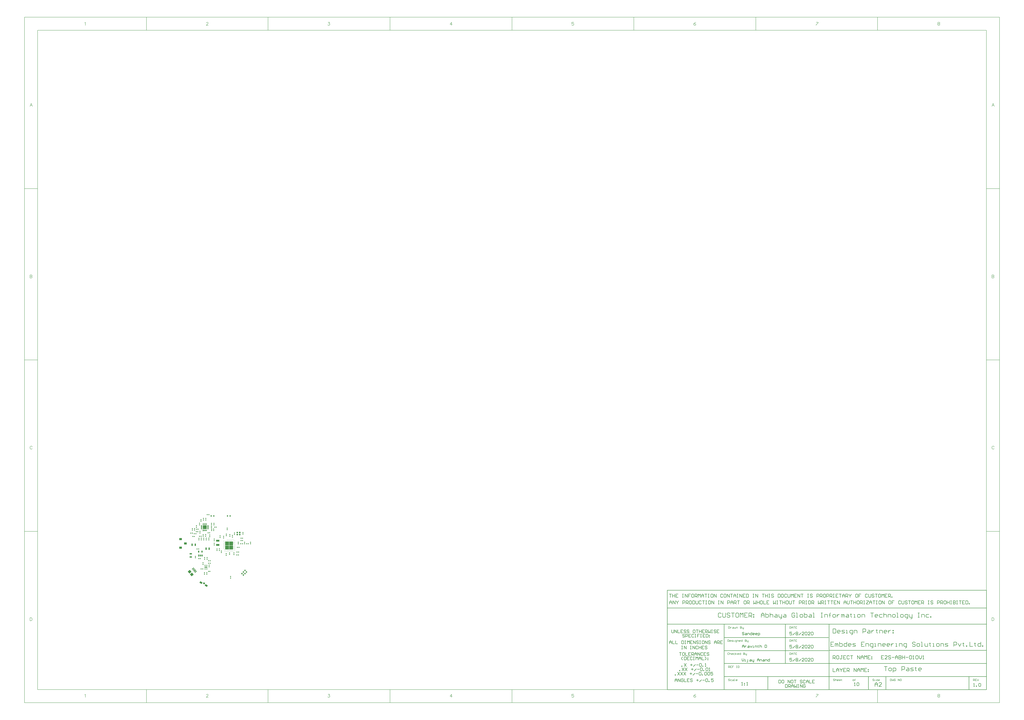
<source format=gtp>
G04 Layer_Color=128*
%FSLAX44Y44*%
%MOMM*%
G71*
G01*
G75*
%ADD10C,0.2540*%
%ADD11R,0.8000X0.8000*%
%ADD12R,2.3000X2.3000*%
%ADD13C,0.1270*%
%ADD14C,0.1778*%
%ADD15R,0.7500X1.4500*%
%ADD16R,0.6200X0.6200*%
%ADD17R,0.6200X0.6200*%
%ADD18R,1.4500X0.7500*%
%ADD19R,0.2000X0.8000*%
%ADD20O,0.2000X0.8000*%
%ADD21R,0.8000X0.8000*%
%ADD22R,1.9000X1.1000*%
%ADD23O,0.9500X0.8500*%
%ADD24R,0.9500X0.8500*%
%ADD25O,0.6000X1.2000*%
%ADD26R,0.6000X1.2000*%
%ADD27R,0.5200X0.5200*%
%ADD28R,0.5200X0.5200*%
G04:AMPARAMS|DCode=29|XSize=1.5mm|YSize=1.55mm|CornerRadius=0mm|HoleSize=0mm|Usage=FLASHONLY|Rotation=309.000|XOffset=0mm|YOffset=0mm|HoleType=Round|Shape=Rectangle|*
%AMROTATEDRECTD29*
4,1,4,-1.0743,0.0951,0.1303,1.0706,1.0743,-0.0951,-0.1303,-1.0706,-1.0743,0.0951,0.0*
%
%ADD29ROTATEDRECTD29*%

G04:AMPARAMS|DCode=30|XSize=0.4mm|YSize=1.35mm|CornerRadius=0mm|HoleSize=0mm|Usage=FLASHONLY|Rotation=309.000|XOffset=0mm|YOffset=0mm|HoleType=Round|Shape=Rectangle|*
%AMROTATEDRECTD30*
4,1,4,-0.6504,-0.2694,0.3987,0.5802,0.6504,0.2694,-0.3987,-0.5802,-0.6504,-0.2694,0.0*
%
%ADD30ROTATEDRECTD30*%

%ADD31C,0.8000*%
G04:AMPARAMS|DCode=32|XSize=1.5mm|YSize=1mm|CornerRadius=0mm|HoleSize=0mm|Usage=FLASHONLY|Rotation=330.000|XOffset=0mm|YOffset=0mm|HoleType=Round|Shape=Rectangle|*
%AMROTATEDRECTD32*
4,1,4,-0.8995,-0.0580,-0.3995,0.8080,0.8995,0.0580,0.3995,-0.8080,-0.8995,-0.0580,0.0*
%
%ADD32ROTATEDRECTD32*%

G04:AMPARAMS|DCode=33|XSize=1mm|YSize=0.9mm|CornerRadius=0mm|HoleSize=0mm|Usage=FLASHONLY|Rotation=330.000|XOffset=0mm|YOffset=0mm|HoleType=Round|Shape=Rectangle|*
%AMROTATEDRECTD33*
4,1,4,-0.6580,-0.1397,-0.2080,0.6397,0.6580,0.1397,0.2080,-0.6397,-0.6580,-0.1397,0.0*
%
%ADD33ROTATEDRECTD33*%

%ADD34R,2.3000X2.3000*%
%ADD35O,1.0000X0.3000*%
%ADD36O,0.3000X1.0000*%
%ADD37R,0.3000X1.0000*%
%ADD38C,0.2750*%
%ADD39R,1.6000X1.2000*%
D10*
X3858169Y-691362D02*
X3875097D01*
X3866633D01*
Y-716754D01*
X3887793D02*
X3896257D01*
X3900489Y-712522D01*
Y-704058D01*
X3896257Y-699826D01*
X3887793D01*
X3883561Y-704058D01*
Y-712522D01*
X3887793Y-716754D01*
X3908953Y-725218D02*
Y-699826D01*
X3921649D01*
X3925880Y-704058D01*
Y-712522D01*
X3921649Y-716754D01*
X3908953D01*
X3959736D02*
Y-691362D01*
X3972432D01*
X3976664Y-695594D01*
Y-704058D01*
X3972432Y-708290D01*
X3959736D01*
X3989360Y-699826D02*
X3997824D01*
X4002056Y-704058D01*
Y-716754D01*
X3989360D01*
X3985128Y-712522D01*
X3989360Y-708290D01*
X4002056D01*
X4010520Y-716754D02*
X4023216D01*
X4027448Y-712522D01*
X4023216Y-708290D01*
X4014752D01*
X4010520Y-704058D01*
X4014752Y-699826D01*
X4027448D01*
X4040144Y-695594D02*
Y-699826D01*
X4035912D01*
X4044376D01*
X4040144D01*
Y-712522D01*
X4044376Y-716754D01*
X4069767D02*
X4061303D01*
X4057072Y-712522D01*
Y-704058D01*
X4061303Y-699826D01*
X4069767D01*
X4073999Y-704058D01*
Y-708290D01*
X4057072D01*
X3537458Y-597662D02*
X4451858D01*
X3181858Y-826262D02*
Y-750062D01*
X3283458Y-673862D02*
Y-445262D01*
X2927858Y-750062D02*
X3537458D01*
X2927858Y-673862D02*
X3537458D01*
X2927858Y-598932D02*
X3533648D01*
X2927858Y-522732D02*
X3533648D01*
X4350258Y-826262D02*
Y-750062D01*
X3867658Y-826262D02*
Y-750062D01*
X3537458D02*
X4451858D01*
X3766058Y-826262D02*
Y-750062D01*
X2927858Y-826262D02*
Y-445262D01*
X4451858Y-826262D02*
Y-445262D01*
X2927858D02*
X4451858D01*
X3537458Y-826262D02*
Y-445262D01*
X2597658D02*
X2927858D01*
X2597658Y-826262D02*
Y-445262D01*
Y-826262D02*
X2927858D01*
X2597658Y-445262D02*
Y-247230D01*
X4451858D01*
Y-445262D02*
Y-247230D01*
X2597658Y-351282D02*
X4450588D01*
X3537458Y-673862D02*
X4450516D01*
X2927858Y-826262D02*
X4451858D01*
X2911258Y-383654D02*
X2907026Y-379422D01*
X2898562D01*
X2894330Y-383654D01*
Y-400582D01*
X2898562Y-404814D01*
X2907026D01*
X2911258Y-400582D01*
X2919722Y-379422D02*
Y-400582D01*
X2923954Y-404814D01*
X2932418D01*
X2936650Y-400582D01*
Y-379422D01*
X2962041Y-383654D02*
X2957809Y-379422D01*
X2949346D01*
X2945114Y-383654D01*
Y-387886D01*
X2949346Y-392118D01*
X2957809D01*
X2962041Y-396350D01*
Y-400582D01*
X2957809Y-404814D01*
X2949346D01*
X2945114Y-400582D01*
X2970505Y-379422D02*
X2987433D01*
X2978969D01*
Y-404814D01*
X3008593Y-379422D02*
X3000129D01*
X2995897Y-383654D01*
Y-400582D01*
X3000129Y-404814D01*
X3008593D01*
X3012825Y-400582D01*
Y-383654D01*
X3008593Y-379422D01*
X3021289Y-404814D02*
Y-379422D01*
X3029753Y-387886D01*
X3038217Y-379422D01*
Y-404814D01*
X3063609Y-379422D02*
X3046681D01*
Y-404814D01*
X3063609D01*
X3046681Y-392118D02*
X3055145D01*
X3072072Y-404814D02*
Y-379422D01*
X3084768D01*
X3089001Y-383654D01*
Y-392118D01*
X3084768Y-396350D01*
X3072072D01*
X3080536D02*
X3089001Y-404814D01*
X3097464Y-387886D02*
X3101696D01*
Y-392118D01*
X3097464D01*
Y-387886D01*
Y-400582D02*
X3101696D01*
Y-404814D01*
X3097464D01*
Y-400582D01*
X3144016Y-404814D02*
Y-387886D01*
X3152480Y-379422D01*
X3160944Y-387886D01*
Y-404814D01*
Y-392118D01*
X3144016D01*
X3169408Y-379422D02*
Y-404814D01*
X3182104D01*
X3186335Y-400582D01*
Y-396350D01*
Y-392118D01*
X3182104Y-387886D01*
X3169408D01*
X3194799Y-379422D02*
Y-404814D01*
Y-392118D01*
X3199031Y-387886D01*
X3207495D01*
X3211727Y-392118D01*
Y-404814D01*
X3224423Y-387886D02*
X3232887D01*
X3237119Y-392118D01*
Y-404814D01*
X3224423D01*
X3220191Y-400582D01*
X3224423Y-396350D01*
X3237119D01*
X3245583Y-387886D02*
Y-400582D01*
X3249815Y-404814D01*
X3262511D01*
Y-409046D01*
X3258279Y-413278D01*
X3254047D01*
X3262511Y-404814D02*
Y-387886D01*
X3275207D02*
X3283671D01*
X3287903Y-392118D01*
Y-404814D01*
X3275207D01*
X3270975Y-400582D01*
X3275207Y-396350D01*
X3287903D01*
X3338687Y-383654D02*
X3334454Y-379422D01*
X3325991D01*
X3321759Y-383654D01*
Y-400582D01*
X3325991Y-404814D01*
X3334454D01*
X3338687Y-400582D01*
Y-392118D01*
X3330222D01*
X3347150Y-404814D02*
X3355614D01*
X3351382D01*
Y-379422D01*
X3347150D01*
X3372542Y-404814D02*
X3381006D01*
X3385238Y-400582D01*
Y-392118D01*
X3381006Y-387886D01*
X3372542D01*
X3368310Y-392118D01*
Y-400582D01*
X3372542Y-404814D01*
X3393702Y-379422D02*
Y-404814D01*
X3406398D01*
X3410630Y-400582D01*
Y-396350D01*
Y-392118D01*
X3406398Y-387886D01*
X3393702D01*
X3423326D02*
X3431790D01*
X3436022Y-392118D01*
Y-404814D01*
X3423326D01*
X3419094Y-400582D01*
X3423326Y-396350D01*
X3436022D01*
X3444485Y-404814D02*
X3452950D01*
X3448718D01*
Y-379422D01*
X3444485D01*
X3491037D02*
X3499501D01*
X3495269D01*
Y-404814D01*
X3491037D01*
X3499501D01*
X3512197D02*
Y-387886D01*
X3524893D01*
X3529125Y-392118D01*
Y-404814D01*
X3541821D02*
Y-383654D01*
Y-392118D01*
X3537589D01*
X3546053D01*
X3541821D01*
Y-383654D01*
X3546053Y-379422D01*
X3562981Y-404814D02*
X3571444D01*
X3575677Y-400582D01*
Y-392118D01*
X3571444Y-387886D01*
X3562981D01*
X3558748Y-392118D01*
Y-400582D01*
X3562981Y-404814D01*
X3584140Y-387886D02*
Y-404814D01*
Y-396350D01*
X3588372Y-392118D01*
X3592604Y-387886D01*
X3596836D01*
X3609532Y-404814D02*
Y-387886D01*
X3613764D01*
X3617996Y-392118D01*
Y-404814D01*
Y-392118D01*
X3622228Y-387886D01*
X3626460Y-392118D01*
Y-404814D01*
X3639156Y-387886D02*
X3647620D01*
X3651852Y-392118D01*
Y-404814D01*
X3639156D01*
X3634924Y-400582D01*
X3639156Y-396350D01*
X3651852D01*
X3664548Y-383654D02*
Y-387886D01*
X3660316D01*
X3668780D01*
X3664548D01*
Y-400582D01*
X3668780Y-404814D01*
X3681476D02*
X3689940D01*
X3685708D01*
Y-387886D01*
X3681476D01*
X3706867Y-404814D02*
X3715331D01*
X3719563Y-400582D01*
Y-392118D01*
X3715331Y-387886D01*
X3706867D01*
X3702635Y-392118D01*
Y-400582D01*
X3706867Y-404814D01*
X3728027D02*
Y-387886D01*
X3740723D01*
X3744955Y-392118D01*
Y-404814D01*
X3778811Y-379422D02*
X3795739D01*
X3787275D01*
Y-404814D01*
X3816898D02*
X3808434D01*
X3804203Y-400582D01*
Y-392118D01*
X3808434Y-387886D01*
X3816898D01*
X3821130Y-392118D01*
Y-396350D01*
X3804203D01*
X3846522Y-387886D02*
X3833826D01*
X3829594Y-392118D01*
Y-400582D01*
X3833826Y-404814D01*
X3846522D01*
X3854986Y-379422D02*
Y-404814D01*
Y-392118D01*
X3859218Y-387886D01*
X3867682D01*
X3871914Y-392118D01*
Y-404814D01*
X3880378D02*
Y-387886D01*
X3893074D01*
X3897306Y-392118D01*
Y-404814D01*
X3910002D02*
X3918466D01*
X3922698Y-400582D01*
Y-392118D01*
X3918466Y-387886D01*
X3910002D01*
X3905770Y-392118D01*
Y-400582D01*
X3910002Y-404814D01*
X3931161D02*
X3939626D01*
X3935394D01*
Y-379422D01*
X3931161D01*
X3956553Y-404814D02*
X3965017D01*
X3969249Y-400582D01*
Y-392118D01*
X3965017Y-387886D01*
X3956553D01*
X3952321Y-392118D01*
Y-400582D01*
X3956553Y-404814D01*
X3986177Y-413278D02*
X3990409D01*
X3994641Y-409046D01*
Y-387886D01*
X3981945D01*
X3977713Y-392118D01*
Y-400582D01*
X3981945Y-404814D01*
X3994641D01*
X4003105Y-387886D02*
Y-400582D01*
X4007337Y-404814D01*
X4020033D01*
Y-409046D01*
X4015801Y-413278D01*
X4011569D01*
X4020033Y-404814D02*
Y-387886D01*
X4053889Y-379422D02*
X4062353D01*
X4058121D01*
Y-404814D01*
X4053889D01*
X4062353D01*
X4075049D02*
Y-387886D01*
X4087744D01*
X4091976Y-392118D01*
Y-404814D01*
X4117368Y-387886D02*
X4104672D01*
X4100440Y-392118D01*
Y-400582D01*
X4104672Y-404814D01*
X4117368D01*
X4125832D02*
Y-400582D01*
X4130064D01*
Y-404814D01*
X4125832D01*
X2642870Y-780034D02*
Y-768185D01*
X2648795Y-762260D01*
X2654720Y-768185D01*
Y-780034D01*
Y-771147D01*
X2642870D01*
X2660644Y-780034D02*
Y-762260D01*
X2672494Y-780034D01*
Y-762260D01*
X2690268Y-765222D02*
X2687306Y-762260D01*
X2681381D01*
X2678419Y-765222D01*
Y-777072D01*
X2681381Y-780034D01*
X2687306D01*
X2690268Y-777072D01*
Y-771147D01*
X2684343D01*
X2696193Y-762260D02*
Y-780034D01*
X2708042D01*
X2725817Y-762260D02*
X2713967D01*
Y-780034D01*
X2725817D01*
X2713967Y-771147D02*
X2719892D01*
X2743591Y-765222D02*
X2740628Y-762260D01*
X2734704D01*
X2731741Y-765222D01*
Y-768185D01*
X2734704Y-771147D01*
X2740628D01*
X2743591Y-774109D01*
Y-777072D01*
X2740628Y-780034D01*
X2734704D01*
X2731741Y-777072D01*
X2767290Y-771147D02*
X2779139D01*
X2773215Y-765222D02*
Y-777072D01*
X2785064Y-780034D02*
X2796913Y-768185D01*
X2802838Y-771147D02*
X2814688D01*
X2820612Y-765222D02*
X2823575Y-762260D01*
X2829500D01*
X2832462Y-765222D01*
Y-777072D01*
X2829500Y-780034D01*
X2823575D01*
X2820612Y-777072D01*
Y-765222D01*
X2838387Y-780034D02*
Y-777072D01*
X2841349D01*
Y-780034D01*
X2838387D01*
X2865048Y-762260D02*
X2853199D01*
Y-771147D01*
X2859124Y-768185D01*
X2862086D01*
X2865048Y-771147D01*
Y-777072D01*
X2862086Y-780034D01*
X2856161D01*
X2853199Y-777072D01*
X2642870Y-741934D02*
Y-738972D01*
X2645833D01*
Y-741934D01*
X2642870D01*
X2657682Y-724160D02*
X2669531Y-741934D01*
Y-724160D02*
X2657682Y-741934D01*
X2675456Y-724160D02*
X2687306Y-741934D01*
Y-724160D02*
X2675456Y-741934D01*
X2693230Y-724160D02*
X2705080Y-741934D01*
Y-724160D02*
X2693230Y-741934D01*
X2728779Y-733047D02*
X2740628D01*
X2734704Y-727122D02*
Y-738972D01*
X2746553Y-741934D02*
X2758403Y-730085D01*
X2764327Y-733047D02*
X2776177D01*
X2782102Y-727122D02*
X2785064Y-724160D01*
X2790989D01*
X2793951Y-727122D01*
Y-738972D01*
X2790989Y-741934D01*
X2785064D01*
X2782102Y-738972D01*
Y-727122D01*
X2799876Y-741934D02*
Y-738972D01*
X2802838D01*
Y-741934D01*
X2799876D01*
X2814688Y-727122D02*
X2817650Y-724160D01*
X2823575D01*
X2826537Y-727122D01*
Y-738972D01*
X2823575Y-741934D01*
X2817650D01*
X2814688Y-738972D01*
Y-727122D01*
X2832462D02*
X2835424Y-724160D01*
X2841349D01*
X2844312Y-727122D01*
Y-738972D01*
X2841349Y-741934D01*
X2835424D01*
X2832462Y-738972D01*
Y-727122D01*
X2862086Y-724160D02*
X2850237D01*
Y-733047D01*
X2856161Y-730085D01*
X2859124D01*
X2862086Y-733047D01*
Y-738972D01*
X2859124Y-741934D01*
X2853199D01*
X2850237Y-738972D01*
X2668270Y-716534D02*
Y-713572D01*
X2671232D01*
Y-716534D01*
X2668270D01*
X2683082Y-698760D02*
X2694931Y-716534D01*
Y-698760D02*
X2683082Y-716534D01*
X2700856Y-698760D02*
X2712706Y-716534D01*
Y-698760D02*
X2700856Y-716534D01*
X2736405Y-707647D02*
X2748254D01*
X2742329Y-701722D02*
Y-713572D01*
X2754179Y-716534D02*
X2766028Y-704685D01*
X2771953Y-707647D02*
X2783803D01*
X2789727Y-701722D02*
X2792690Y-698760D01*
X2798615D01*
X2801577Y-701722D01*
Y-713572D01*
X2798615Y-716534D01*
X2792690D01*
X2789727Y-713572D01*
Y-701722D01*
X2807502Y-716534D02*
Y-713572D01*
X2810464D01*
Y-716534D01*
X2807502D01*
X2822314Y-701722D02*
X2825276Y-698760D01*
X2831201D01*
X2834163Y-701722D01*
Y-713572D01*
X2831201Y-716534D01*
X2825276D01*
X2822314Y-713572D01*
Y-701722D01*
X2840088Y-716534D02*
X2846013D01*
X2843050D01*
Y-698760D01*
X2840088Y-701722D01*
X2680970Y-691134D02*
Y-688172D01*
X2683932D01*
Y-691134D01*
X2680970D01*
X2695782Y-673360D02*
X2707632Y-691134D01*
Y-673360D02*
X2695782Y-691134D01*
X2731330Y-682247D02*
X2743180D01*
X2737255Y-676322D02*
Y-688172D01*
X2749105Y-691134D02*
X2760954Y-679285D01*
X2766879Y-682247D02*
X2778728D01*
X2784653Y-676322D02*
X2787616Y-673360D01*
X2793540D01*
X2796503Y-676322D01*
Y-688172D01*
X2793540Y-691134D01*
X2787616D01*
X2784653Y-688172D01*
Y-676322D01*
X2802427Y-691134D02*
Y-688172D01*
X2805390D01*
Y-691134D01*
X2802427D01*
X2817239D02*
X2823164D01*
X2820202D01*
Y-673360D01*
X2817239Y-676322D01*
X2686895Y-653034D02*
X2680970Y-647109D01*
Y-641184D01*
X2686895Y-635260D01*
X2695782D02*
Y-653034D01*
X2704669D01*
X2707632Y-650072D01*
Y-638222D01*
X2704669Y-635260D01*
X2695782D01*
X2725406D02*
X2713556D01*
Y-653034D01*
X2725406D01*
X2713556Y-644147D02*
X2719481D01*
X2743180Y-638222D02*
X2740218Y-635260D01*
X2734293D01*
X2731330Y-638222D01*
Y-650072D01*
X2734293Y-653034D01*
X2740218D01*
X2743180Y-650072D01*
X2749105Y-635260D02*
X2755029D01*
X2752067D01*
Y-653034D01*
X2749105D01*
X2755029D01*
X2763917D02*
Y-635260D01*
X2769841Y-641184D01*
X2775766Y-635260D01*
Y-653034D01*
X2781691D02*
Y-641184D01*
X2787616Y-635260D01*
X2793540Y-641184D01*
Y-653034D01*
Y-644147D01*
X2781691D01*
X2799465Y-635260D02*
Y-653034D01*
X2811315D01*
X2817239D02*
X2823164Y-647109D01*
Y-641184D01*
X2817239Y-635260D01*
X2832051Y-641184D02*
X2835014D01*
Y-644147D01*
X2832051D01*
Y-641184D01*
Y-650072D02*
X2835014D01*
Y-653034D01*
X2832051D01*
Y-650072D01*
X2668270Y-609860D02*
X2680120D01*
X2674195D01*
Y-627634D01*
X2694931Y-609860D02*
X2689007D01*
X2686044Y-612822D01*
Y-624672D01*
X2689007Y-627634D01*
X2694931D01*
X2697894Y-624672D01*
Y-612822D01*
X2694931Y-609860D01*
X2703818D02*
Y-627634D01*
X2715668D01*
X2733442Y-609860D02*
X2721593D01*
Y-627634D01*
X2733442D01*
X2721593Y-618747D02*
X2727517D01*
X2739367Y-627634D02*
Y-609860D01*
X2748254D01*
X2751216Y-612822D01*
Y-618747D01*
X2748254Y-621709D01*
X2739367D01*
X2745292D02*
X2751216Y-627634D01*
X2757141D02*
Y-615784D01*
X2763066Y-609860D01*
X2768991Y-615784D01*
Y-627634D01*
Y-618747D01*
X2757141D01*
X2774915Y-627634D02*
Y-609860D01*
X2786765Y-627634D01*
Y-609860D01*
X2804539Y-612822D02*
X2801577Y-609860D01*
X2795652D01*
X2792690Y-612822D01*
Y-624672D01*
X2795652Y-627634D01*
X2801577D01*
X2804539Y-624672D01*
X2822314Y-609860D02*
X2810464D01*
Y-627634D01*
X2822314D01*
X2810464Y-618747D02*
X2816389D01*
X2840088Y-612822D02*
X2837126Y-609860D01*
X2831201D01*
X2828238Y-612822D01*
Y-615784D01*
X2831201Y-618747D01*
X2837126D01*
X2840088Y-621709D01*
Y-624672D01*
X2837126Y-627634D01*
X2831201D01*
X2828238Y-624672D01*
X2680970Y-571760D02*
X2686895D01*
X2683932D01*
Y-589534D01*
X2680970D01*
X2686895D01*
X2695782D02*
Y-571760D01*
X2707632Y-589534D01*
Y-571760D01*
X2731330D02*
X2737255D01*
X2734293D01*
Y-589534D01*
X2731330D01*
X2737255D01*
X2746142D02*
Y-571760D01*
X2757992Y-589534D01*
Y-571760D01*
X2775766Y-574722D02*
X2772804Y-571760D01*
X2766879D01*
X2763917Y-574722D01*
Y-586572D01*
X2766879Y-589534D01*
X2772804D01*
X2775766Y-586572D01*
X2781691Y-571760D02*
Y-589534D01*
Y-580647D01*
X2793540D01*
Y-571760D01*
Y-589534D01*
X2811315Y-571760D02*
X2799465D01*
Y-589534D01*
X2811315D01*
X2799465Y-580647D02*
X2805390D01*
X2829089Y-574722D02*
X2826126Y-571760D01*
X2820202D01*
X2817239Y-574722D01*
Y-577685D01*
X2820202Y-580647D01*
X2826126D01*
X2829089Y-583609D01*
Y-586572D01*
X2826126Y-589534D01*
X2820202D01*
X2817239Y-586572D01*
X2610358Y-559562D02*
Y-547713D01*
X2616283Y-541788D01*
X2622208Y-547713D01*
Y-559562D01*
Y-550675D01*
X2610358D01*
X2628132Y-541788D02*
Y-559562D01*
X2639982D01*
X2645906Y-541788D02*
Y-559562D01*
X2657756D01*
X2681455Y-541788D02*
Y-559562D01*
X2690342D01*
X2693304Y-556600D01*
Y-544750D01*
X2690342Y-541788D01*
X2681455D01*
X2699229D02*
X2705154D01*
X2702192D01*
Y-559562D01*
X2699229D01*
X2705154D01*
X2714041D02*
Y-541788D01*
X2719966Y-547713D01*
X2725891Y-541788D01*
Y-559562D01*
X2743665Y-541788D02*
X2731815D01*
Y-559562D01*
X2743665D01*
X2731815Y-550675D02*
X2737740D01*
X2749590Y-559562D02*
Y-541788D01*
X2761439Y-559562D01*
Y-541788D01*
X2779214Y-544750D02*
X2776251Y-541788D01*
X2770326D01*
X2767364Y-544750D01*
Y-547713D01*
X2770326Y-550675D01*
X2776251D01*
X2779214Y-553637D01*
Y-556600D01*
X2776251Y-559562D01*
X2770326D01*
X2767364Y-556600D01*
X2785138Y-541788D02*
X2791063D01*
X2788101D01*
Y-559562D01*
X2785138D01*
X2791063D01*
X2808837Y-541788D02*
X2802913D01*
X2799950Y-544750D01*
Y-556600D01*
X2802913Y-559562D01*
X2808837D01*
X2811800Y-556600D01*
Y-544750D01*
X2808837Y-541788D01*
X2817724Y-559562D02*
Y-541788D01*
X2829574Y-559562D01*
Y-541788D01*
X2847348Y-544750D02*
X2844386Y-541788D01*
X2838461D01*
X2835499Y-544750D01*
Y-547713D01*
X2838461Y-550675D01*
X2844386D01*
X2847348Y-553637D01*
Y-556600D01*
X2844386Y-559562D01*
X2838461D01*
X2835499Y-556600D01*
X2871047Y-559562D02*
Y-547713D01*
X2876972Y-541788D01*
X2882897Y-547713D01*
Y-559562D01*
Y-550675D01*
X2871047D01*
X2888821Y-559562D02*
Y-541788D01*
X2897708D01*
X2900671Y-544750D01*
Y-550675D01*
X2897708Y-553637D01*
X2888821D01*
X2894746D02*
X2900671Y-559562D01*
X2918445Y-541788D02*
X2906596D01*
Y-559562D01*
X2918445D01*
X2906596Y-550675D02*
X2912520D01*
X2698408Y-506650D02*
X2695445Y-503688D01*
X2689520D01*
X2686558Y-506650D01*
Y-509613D01*
X2689520Y-512575D01*
X2695445D01*
X2698408Y-515537D01*
Y-518500D01*
X2695445Y-521462D01*
X2689520D01*
X2686558Y-518500D01*
X2704332Y-521462D02*
Y-503688D01*
X2713219D01*
X2716182Y-506650D01*
Y-512575D01*
X2713219Y-515537D01*
X2704332D01*
X2733956Y-503688D02*
X2722107D01*
Y-521462D01*
X2733956D01*
X2722107Y-512575D02*
X2728031D01*
X2751730Y-506650D02*
X2748768Y-503688D01*
X2742843D01*
X2739881Y-506650D01*
Y-518500D01*
X2742843Y-521462D01*
X2748768D01*
X2751730Y-518500D01*
X2757655Y-503688D02*
X2763580D01*
X2760617D01*
Y-521462D01*
X2757655D01*
X2763580D01*
X2784316Y-503688D02*
X2772467D01*
Y-512575D01*
X2778392D01*
X2772467D01*
Y-521462D01*
X2790241Y-503688D02*
X2796166D01*
X2793204D01*
Y-521462D01*
X2790241D01*
X2796166D01*
X2816902Y-503688D02*
X2805053D01*
Y-521462D01*
X2816902D01*
X2805053Y-512575D02*
X2810978D01*
X2822827Y-503688D02*
Y-521462D01*
X2831714D01*
X2834677Y-518500D01*
Y-506650D01*
X2831714Y-503688D01*
X2822827D01*
X2840602Y-509613D02*
X2843564D01*
Y-512575D01*
X2840602D01*
Y-509613D01*
Y-518500D02*
X2843564D01*
Y-521462D01*
X2840602D01*
Y-518500D01*
X2623058Y-478288D02*
Y-493100D01*
X2626021Y-496062D01*
X2631945D01*
X2634908Y-493100D01*
Y-478288D01*
X2640832Y-496062D02*
Y-478288D01*
X2652682Y-496062D01*
Y-478288D01*
X2658607D02*
Y-496062D01*
X2670456D01*
X2688230Y-478288D02*
X2676381D01*
Y-496062D01*
X2688230D01*
X2676381Y-487175D02*
X2682306D01*
X2706005Y-481250D02*
X2703042Y-478288D01*
X2697117D01*
X2694155Y-481250D01*
Y-484212D01*
X2697117Y-487175D01*
X2703042D01*
X2706005Y-490137D01*
Y-493100D01*
X2703042Y-496062D01*
X2697117D01*
X2694155Y-493100D01*
X2723779Y-481250D02*
X2720816Y-478288D01*
X2714892D01*
X2711929Y-481250D01*
Y-484212D01*
X2714892Y-487175D01*
X2720816D01*
X2723779Y-490137D01*
Y-493100D01*
X2720816Y-496062D01*
X2714892D01*
X2711929Y-493100D01*
X2756365Y-478288D02*
X2750440D01*
X2747478Y-481250D01*
Y-493100D01*
X2750440Y-496062D01*
X2756365D01*
X2759327Y-493100D01*
Y-481250D01*
X2756365Y-478288D01*
X2765252D02*
X2777102D01*
X2771177D01*
Y-496062D01*
X2783026Y-478288D02*
Y-496062D01*
Y-487175D01*
X2794876D01*
Y-478288D01*
Y-496062D01*
X2812650Y-478288D02*
X2800800D01*
Y-496062D01*
X2812650D01*
X2800800Y-487175D02*
X2806725D01*
X2818575Y-496062D02*
Y-478288D01*
X2827462D01*
X2830424Y-481250D01*
Y-487175D01*
X2827462Y-490137D01*
X2818575D01*
X2824500D02*
X2830424Y-496062D01*
X2836349Y-478288D02*
Y-496062D01*
X2842274Y-490137D01*
X2848199Y-496062D01*
Y-478288D01*
X2854124D02*
X2860048D01*
X2857086D01*
Y-496062D01*
X2854124D01*
X2860048D01*
X2880785Y-481250D02*
X2877822Y-478288D01*
X2871898D01*
X2868935Y-481250D01*
Y-484212D01*
X2871898Y-487175D01*
X2877822D01*
X2880785Y-490137D01*
Y-493100D01*
X2877822Y-496062D01*
X2871898D01*
X2868935Y-493100D01*
X2898559Y-478288D02*
X2886710D01*
Y-496062D01*
X2898559D01*
X2886710Y-487175D02*
X2892634D01*
X4376928Y-807212D02*
X4382853D01*
X4379890D01*
Y-789438D01*
X4376928Y-792400D01*
X4391740Y-807212D02*
Y-804250D01*
X4394702D01*
Y-807212D01*
X4391740D01*
X4406552Y-792400D02*
X4409514Y-789438D01*
X4415439D01*
X4418401Y-792400D01*
Y-804250D01*
X4415439Y-807212D01*
X4409514D01*
X4406552Y-804250D01*
Y-792400D01*
X3320707Y-643388D02*
X3308858D01*
Y-652275D01*
X3314783Y-649313D01*
X3317745D01*
X3320707Y-652275D01*
Y-658200D01*
X3317745Y-661162D01*
X3311820D01*
X3308858Y-658200D01*
X3326632Y-661162D02*
X3338482Y-649313D01*
X3344406Y-646350D02*
X3347369Y-643388D01*
X3353293D01*
X3356256Y-646350D01*
Y-649313D01*
X3353293Y-652275D01*
X3356256Y-655237D01*
Y-658200D01*
X3353293Y-661162D01*
X3347369D01*
X3344406Y-658200D01*
Y-655237D01*
X3347369Y-652275D01*
X3344406Y-649313D01*
Y-646350D01*
X3347369Y-652275D02*
X3353293D01*
X3362181Y-661162D02*
X3374030Y-649313D01*
X3391805Y-661162D02*
X3379955D01*
X3391805Y-649313D01*
Y-646350D01*
X3388842Y-643388D01*
X3382917D01*
X3379955Y-646350D01*
X3397729D02*
X3400692Y-643388D01*
X3406617D01*
X3409579Y-646350D01*
Y-658200D01*
X3406617Y-661162D01*
X3400692D01*
X3397729Y-658200D01*
Y-646350D01*
X3427353Y-661162D02*
X3415504D01*
X3427353Y-649313D01*
Y-646350D01*
X3424391Y-643388D01*
X3418466D01*
X3415504Y-646350D01*
X3433278D02*
X3436240Y-643388D01*
X3442165D01*
X3445127Y-646350D01*
Y-658200D01*
X3442165Y-661162D01*
X3436240D01*
X3433278Y-658200D01*
Y-646350D01*
X3320707Y-567188D02*
X3308858D01*
Y-576075D01*
X3314783Y-573112D01*
X3317745D01*
X3320707Y-576075D01*
Y-582000D01*
X3317745Y-584962D01*
X3311820D01*
X3308858Y-582000D01*
X3326632Y-584962D02*
X3338482Y-573112D01*
X3344406Y-570150D02*
X3347369Y-567188D01*
X3353293D01*
X3356256Y-570150D01*
Y-573112D01*
X3353293Y-576075D01*
X3356256Y-579037D01*
Y-582000D01*
X3353293Y-584962D01*
X3347369D01*
X3344406Y-582000D01*
Y-579037D01*
X3347369Y-576075D01*
X3344406Y-573112D01*
Y-570150D01*
X3347369Y-576075D02*
X3353293D01*
X3362181Y-584962D02*
X3374030Y-573112D01*
X3391805Y-584962D02*
X3379955D01*
X3391805Y-573112D01*
Y-570150D01*
X3388842Y-567188D01*
X3382917D01*
X3379955Y-570150D01*
X3397729D02*
X3400692Y-567188D01*
X3406617D01*
X3409579Y-570150D01*
Y-582000D01*
X3406617Y-584962D01*
X3400692D01*
X3397729Y-582000D01*
Y-570150D01*
X3427353Y-584962D02*
X3415504D01*
X3427353Y-573112D01*
Y-570150D01*
X3424391Y-567188D01*
X3418466D01*
X3415504Y-570150D01*
X3433278D02*
X3436240Y-567188D01*
X3442165D01*
X3445127Y-570150D01*
Y-582000D01*
X3442165Y-584962D01*
X3436240D01*
X3433278Y-582000D01*
Y-570150D01*
X3320707Y-490988D02*
X3308858D01*
Y-499875D01*
X3314783Y-496912D01*
X3317745D01*
X3320707Y-499875D01*
Y-505800D01*
X3317745Y-508762D01*
X3311820D01*
X3308858Y-505800D01*
X3326632Y-508762D02*
X3338482Y-496912D01*
X3344406Y-493950D02*
X3347369Y-490988D01*
X3353293D01*
X3356256Y-493950D01*
Y-496912D01*
X3353293Y-499875D01*
X3356256Y-502837D01*
Y-505800D01*
X3353293Y-508762D01*
X3347369D01*
X3344406Y-505800D01*
Y-502837D01*
X3347369Y-499875D01*
X3344406Y-496912D01*
Y-493950D01*
X3347369Y-499875D02*
X3353293D01*
X3362181Y-508762D02*
X3374030Y-496912D01*
X3391805Y-508762D02*
X3379955D01*
X3391805Y-496912D01*
Y-493950D01*
X3388842Y-490988D01*
X3382917D01*
X3379955Y-493950D01*
X3397729D02*
X3400692Y-490988D01*
X3406617D01*
X3409579Y-493950D01*
Y-505800D01*
X3406617Y-508762D01*
X3400692D01*
X3397729Y-505800D01*
Y-493950D01*
X3427353Y-508762D02*
X3415504D01*
X3427353Y-496912D01*
Y-493950D01*
X3424391Y-490988D01*
X3418466D01*
X3415504Y-493950D01*
X3433278D02*
X3436240Y-490988D01*
X3442165D01*
X3445127Y-493950D01*
Y-505800D01*
X3442165Y-508762D01*
X3436240D01*
X3433278Y-505800D01*
Y-493950D01*
X3804158Y-807212D02*
Y-791977D01*
X3811776Y-784359D01*
X3819393Y-791977D01*
Y-807212D01*
Y-795786D01*
X3804158D01*
X3842246Y-807212D02*
X3827010D01*
X3842246Y-791977D01*
Y-788168D01*
X3838437Y-784359D01*
X3830819D01*
X3827010Y-788168D01*
X3029458Y-800862D02*
X3035383D01*
X3032420D01*
Y-783088D01*
X3029458Y-786050D01*
X3044270Y-789013D02*
X3047232D01*
Y-791975D01*
X3044270D01*
Y-789013D01*
Y-797900D02*
X3047232D01*
Y-800862D01*
X3044270D01*
Y-797900D01*
X3059082Y-800862D02*
X3065006D01*
X3062044D01*
Y-783088D01*
X3059082Y-786050D01*
X3245358Y-770388D02*
Y-788162D01*
X3254245D01*
X3257208Y-785200D01*
Y-773350D01*
X3254245Y-770388D01*
X3245358D01*
X3272019D02*
X3266095D01*
X3263132Y-773350D01*
Y-785200D01*
X3266095Y-788162D01*
X3272019D01*
X3274982Y-785200D01*
Y-773350D01*
X3272019Y-770388D01*
X3298681Y-788162D02*
Y-770388D01*
X3310530Y-788162D01*
Y-770388D01*
X3325342D02*
X3319417D01*
X3316455Y-773350D01*
Y-785200D01*
X3319417Y-788162D01*
X3325342D01*
X3328304Y-785200D01*
Y-773350D01*
X3325342Y-770388D01*
X3334229D02*
X3346079D01*
X3340154D01*
Y-788162D01*
X3381627Y-773350D02*
X3378665Y-770388D01*
X3372740D01*
X3369778Y-773350D01*
Y-776312D01*
X3372740Y-779275D01*
X3378665D01*
X3381627Y-782237D01*
Y-785200D01*
X3378665Y-788162D01*
X3372740D01*
X3369778Y-785200D01*
X3399402Y-773350D02*
X3396439Y-770388D01*
X3390515D01*
X3387552Y-773350D01*
Y-785200D01*
X3390515Y-788162D01*
X3396439D01*
X3399402Y-785200D01*
X3405326Y-788162D02*
Y-776312D01*
X3411251Y-770388D01*
X3417176Y-776312D01*
Y-788162D01*
Y-779275D01*
X3405326D01*
X3423101Y-770388D02*
Y-788162D01*
X3434950D01*
X3452724Y-770388D02*
X3440875D01*
Y-788162D01*
X3452724D01*
X3440875Y-779275D02*
X3446800D01*
X3283458Y-795788D02*
Y-813562D01*
X3292345D01*
X3295308Y-810600D01*
Y-798750D01*
X3292345Y-795788D01*
X3283458D01*
X3301232Y-813562D02*
Y-795788D01*
X3310119D01*
X3313082Y-798750D01*
Y-804675D01*
X3310119Y-807637D01*
X3301232D01*
X3307157D02*
X3313082Y-813562D01*
X3319006D02*
Y-801712D01*
X3324931Y-795788D01*
X3330856Y-801712D01*
Y-813562D01*
Y-804675D01*
X3319006D01*
X3336781Y-795788D02*
Y-813562D01*
X3342705Y-807637D01*
X3348630Y-813562D01*
Y-795788D01*
X3354555D02*
X3360480D01*
X3357517D01*
Y-813562D01*
X3354555D01*
X3360480D01*
X3369367D02*
Y-795788D01*
X3381216Y-813562D01*
Y-795788D01*
X3398991Y-798750D02*
X3396028Y-795788D01*
X3390103D01*
X3387141Y-798750D01*
Y-810600D01*
X3390103Y-813562D01*
X3396028D01*
X3398991Y-810600D01*
Y-804675D01*
X3393066D01*
X3560318Y-701101D02*
Y-721414D01*
X3573860D01*
X3580631D02*
Y-707872D01*
X3587403Y-701101D01*
X3594174Y-707872D01*
Y-721414D01*
Y-711257D01*
X3580631D01*
X3600945Y-701101D02*
Y-704486D01*
X3607716Y-711257D01*
X3614487Y-704486D01*
Y-701101D01*
X3607716Y-711257D02*
Y-721414D01*
X3634801Y-701101D02*
X3621258D01*
Y-721414D01*
X3634801D01*
X3621258Y-711257D02*
X3628029D01*
X3641572Y-721414D02*
Y-701101D01*
X3651729D01*
X3655114Y-704486D01*
Y-711257D01*
X3651729Y-714643D01*
X3641572D01*
X3648343D02*
X3655114Y-721414D01*
X3682198D02*
Y-701101D01*
X3695741Y-721414D01*
Y-701101D01*
X3702512Y-721414D02*
Y-707872D01*
X3709283Y-701101D01*
X3716054Y-707872D01*
Y-721414D01*
Y-711257D01*
X3702512D01*
X3722825Y-721414D02*
Y-701101D01*
X3729597Y-707872D01*
X3736368Y-701101D01*
Y-721414D01*
X3756681Y-701101D02*
X3743139D01*
Y-721414D01*
X3756681D01*
X3743139Y-711257D02*
X3749910D01*
X3763452Y-707872D02*
X3766838D01*
Y-711257D01*
X3763452D01*
Y-707872D01*
Y-718028D02*
X3766838D01*
Y-721414D01*
X3763452D01*
Y-718028D01*
X3560318Y-471868D02*
Y-497260D01*
X3573014D01*
X3577246Y-493028D01*
Y-476100D01*
X3573014Y-471868D01*
X3560318D01*
X3598406Y-497260D02*
X3589942D01*
X3585710Y-493028D01*
Y-484564D01*
X3589942Y-480332D01*
X3598406D01*
X3602638Y-484564D01*
Y-488796D01*
X3585710D01*
X3611102Y-497260D02*
X3623798D01*
X3628029Y-493028D01*
X3623798Y-488796D01*
X3615334D01*
X3611102Y-484564D01*
X3615334Y-480332D01*
X3628029D01*
X3636494Y-497260D02*
X3644957D01*
X3640725D01*
Y-480332D01*
X3636494D01*
X3666117Y-505724D02*
X3670349D01*
X3674581Y-501492D01*
Y-480332D01*
X3661885D01*
X3657653Y-484564D01*
Y-493028D01*
X3661885Y-497260D01*
X3674581D01*
X3683045D02*
Y-480332D01*
X3695741D01*
X3699973Y-484564D01*
Y-497260D01*
X3733829D02*
Y-471868D01*
X3746524D01*
X3750757Y-476100D01*
Y-484564D01*
X3746524Y-488796D01*
X3733829D01*
X3763452Y-480332D02*
X3771916D01*
X3776148Y-484564D01*
Y-497260D01*
X3763452D01*
X3759220Y-493028D01*
X3763452Y-488796D01*
X3776148D01*
X3784612Y-480332D02*
Y-497260D01*
Y-488796D01*
X3788844Y-484564D01*
X3793076Y-480332D01*
X3797308D01*
X3814236Y-476100D02*
Y-480332D01*
X3810004D01*
X3818468D01*
X3814236D01*
Y-493028D01*
X3818468Y-497260D01*
X3831164D02*
Y-480332D01*
X3843860D01*
X3848092Y-484564D01*
Y-497260D01*
X3869251D02*
X3860788D01*
X3856555Y-493028D01*
Y-484564D01*
X3860788Y-480332D01*
X3869251D01*
X3873484Y-484564D01*
Y-488796D01*
X3856555D01*
X3881947Y-480332D02*
Y-497260D01*
Y-488796D01*
X3886180Y-484564D01*
X3890411Y-480332D01*
X3894643D01*
X3907339D02*
X3911571D01*
Y-484564D01*
X3907339D01*
Y-480332D01*
Y-493028D02*
X3911571D01*
Y-497260D01*
X3907339D01*
Y-493028D01*
X2609154Y-269936D02*
X2621849D01*
X2615502D01*
Y-288980D01*
X2628198Y-269936D02*
Y-288980D01*
Y-279458D01*
X2640893D01*
Y-269936D01*
Y-288980D01*
X2659937Y-269936D02*
X2647242D01*
Y-288980D01*
X2659937D01*
X2647242Y-279458D02*
X2653589D01*
X2685329Y-269936D02*
X2691677D01*
X2688503D01*
Y-288980D01*
X2685329D01*
X2691677D01*
X2701199D02*
Y-269936D01*
X2713895Y-288980D01*
Y-269936D01*
X2732939D02*
X2720243D01*
Y-279458D01*
X2726591D01*
X2720243D01*
Y-288980D01*
X2748809Y-269936D02*
X2742461D01*
X2739286Y-273110D01*
Y-285806D01*
X2742461Y-288980D01*
X2748809D01*
X2751982Y-285806D01*
Y-273110D01*
X2748809Y-269936D01*
X2758330Y-288980D02*
Y-269936D01*
X2767852D01*
X2771026Y-273110D01*
Y-279458D01*
X2767852Y-282632D01*
X2758330D01*
X2764678D02*
X2771026Y-288980D01*
X2777374D02*
Y-269936D01*
X2783722Y-276284D01*
X2790070Y-269936D01*
Y-288980D01*
X2796418D02*
Y-276284D01*
X2802766Y-269936D01*
X2809114Y-276284D01*
Y-288980D01*
Y-279458D01*
X2796418D01*
X2815462Y-269936D02*
X2828158D01*
X2821810D01*
Y-288980D01*
X2834506Y-269936D02*
X2840854D01*
X2837680D01*
Y-288980D01*
X2834506D01*
X2840854D01*
X2859898Y-269936D02*
X2853550D01*
X2850376Y-273110D01*
Y-285806D01*
X2853550Y-288980D01*
X2859898D01*
X2863072Y-285806D01*
Y-273110D01*
X2859898Y-269936D01*
X2869420Y-288980D02*
Y-269936D01*
X2882115Y-288980D01*
Y-269936D01*
X2920203Y-273110D02*
X2917029Y-269936D01*
X2910681D01*
X2907507Y-273110D01*
Y-285806D01*
X2910681Y-288980D01*
X2917029D01*
X2920203Y-285806D01*
X2936073Y-269936D02*
X2929725D01*
X2926551Y-273110D01*
Y-285806D01*
X2929725Y-288980D01*
X2936073D01*
X2939247Y-285806D01*
Y-273110D01*
X2936073Y-269936D01*
X2945595Y-288980D02*
Y-269936D01*
X2958291Y-288980D01*
Y-269936D01*
X2964639D02*
X2977335D01*
X2970987D01*
Y-288980D01*
X2983683D02*
Y-276284D01*
X2990031Y-269936D01*
X2996378Y-276284D01*
Y-288980D01*
Y-279458D01*
X2983683D01*
X3002727Y-269936D02*
X3009075D01*
X3005901D01*
Y-288980D01*
X3002727D01*
X3009075D01*
X3018596D02*
Y-269936D01*
X3031292Y-288980D01*
Y-269936D01*
X3050336D02*
X3037640D01*
Y-288980D01*
X3050336D01*
X3037640Y-279458D02*
X3043988D01*
X3056684Y-269936D02*
Y-288980D01*
X3066206D01*
X3069380Y-285806D01*
Y-273110D01*
X3066206Y-269936D01*
X3056684D01*
X3094772D02*
X3101120D01*
X3097946D01*
Y-288980D01*
X3094772D01*
X3101120D01*
X3110642D02*
Y-269936D01*
X3123338Y-288980D01*
Y-269936D01*
X3148730D02*
X3161425D01*
X3155078D01*
Y-288980D01*
X3167773Y-269936D02*
Y-288980D01*
Y-279458D01*
X3180469D01*
Y-269936D01*
Y-288980D01*
X3186817Y-269936D02*
X3193165D01*
X3189991D01*
Y-288980D01*
X3186817D01*
X3193165D01*
X3215383Y-273110D02*
X3212209Y-269936D01*
X3205861D01*
X3202687Y-273110D01*
Y-276284D01*
X3205861Y-279458D01*
X3212209D01*
X3215383Y-282632D01*
Y-285806D01*
X3212209Y-288980D01*
X3205861D01*
X3202687Y-285806D01*
X3240775Y-269936D02*
Y-288980D01*
X3250297D01*
X3253470Y-285806D01*
Y-273110D01*
X3250297Y-269936D01*
X3240775D01*
X3269341D02*
X3262993D01*
X3259819Y-273110D01*
Y-285806D01*
X3262993Y-288980D01*
X3269341D01*
X3272515Y-285806D01*
Y-273110D01*
X3269341Y-269936D01*
X3291558Y-273110D02*
X3288384Y-269936D01*
X3282036D01*
X3278863Y-273110D01*
Y-285806D01*
X3282036Y-288980D01*
X3288384D01*
X3291558Y-285806D01*
X3297906Y-269936D02*
Y-285806D01*
X3301080Y-288980D01*
X3307428D01*
X3310602Y-285806D01*
Y-269936D01*
X3316950Y-288980D02*
Y-269936D01*
X3323298Y-276284D01*
X3329646Y-269936D01*
Y-288980D01*
X3348690Y-269936D02*
X3335994D01*
Y-288980D01*
X3348690D01*
X3335994Y-279458D02*
X3342342D01*
X3355038Y-288980D02*
Y-269936D01*
X3367734Y-288980D01*
Y-269936D01*
X3374082D02*
X3386778D01*
X3380430D01*
Y-288980D01*
X3412169Y-269936D02*
X3418517D01*
X3415343D01*
Y-288980D01*
X3412169D01*
X3418517D01*
X3440735Y-273110D02*
X3437561Y-269936D01*
X3431213D01*
X3428039Y-273110D01*
Y-276284D01*
X3431213Y-279458D01*
X3437561D01*
X3440735Y-282632D01*
Y-285806D01*
X3437561Y-288980D01*
X3431213D01*
X3428039Y-285806D01*
X3466127Y-288980D02*
Y-269936D01*
X3475649D01*
X3478823Y-273110D01*
Y-279458D01*
X3475649Y-282632D01*
X3466127D01*
X3485171Y-288980D02*
Y-269936D01*
X3494693D01*
X3497867Y-273110D01*
Y-279458D01*
X3494693Y-282632D01*
X3485171D01*
X3491519D02*
X3497867Y-288980D01*
X3513737Y-269936D02*
X3507389D01*
X3504215Y-273110D01*
Y-285806D01*
X3507389Y-288980D01*
X3513737D01*
X3516911Y-285806D01*
Y-273110D01*
X3513737Y-269936D01*
X3523259Y-288980D02*
Y-269936D01*
X3532780D01*
X3535954Y-273110D01*
Y-279458D01*
X3532780Y-282632D01*
X3523259D01*
X3542303Y-288980D02*
Y-269936D01*
X3551824D01*
X3554998Y-273110D01*
Y-279458D01*
X3551824Y-282632D01*
X3542303D01*
X3548651D02*
X3554998Y-288980D01*
X3561346Y-269936D02*
X3567694D01*
X3564520D01*
Y-288980D01*
X3561346D01*
X3567694D01*
X3589912Y-269936D02*
X3577216D01*
Y-288980D01*
X3589912D01*
X3577216Y-279458D02*
X3583564D01*
X3596260Y-269936D02*
X3608956D01*
X3602608D01*
Y-288980D01*
X3615304D02*
Y-276284D01*
X3621652Y-269936D01*
X3628000Y-276284D01*
Y-288980D01*
Y-279458D01*
X3615304D01*
X3634348Y-288980D02*
Y-269936D01*
X3643870D01*
X3647043Y-273110D01*
Y-279458D01*
X3643870Y-282632D01*
X3634348D01*
X3640695D02*
X3647043Y-288980D01*
X3653392Y-269936D02*
Y-273110D01*
X3659739Y-279458D01*
X3666087Y-273110D01*
Y-269936D01*
X3659739Y-279458D02*
Y-288980D01*
X3701001Y-269936D02*
X3694653D01*
X3691479Y-273110D01*
Y-285806D01*
X3694653Y-288980D01*
X3701001D01*
X3704175Y-285806D01*
Y-273110D01*
X3701001Y-269936D01*
X3723219D02*
X3710523D01*
Y-279458D01*
X3716871D01*
X3710523D01*
Y-288980D01*
X3761307Y-273110D02*
X3758133Y-269936D01*
X3751785D01*
X3748611Y-273110D01*
Y-285806D01*
X3751785Y-288980D01*
X3758133D01*
X3761307Y-285806D01*
X3767655Y-269936D02*
Y-285806D01*
X3770829Y-288980D01*
X3777177D01*
X3780351Y-285806D01*
Y-269936D01*
X3799395Y-273110D02*
X3796220Y-269936D01*
X3789872D01*
X3786699Y-273110D01*
Y-276284D01*
X3789872Y-279458D01*
X3796220D01*
X3799395Y-282632D01*
Y-285806D01*
X3796220Y-288980D01*
X3789872D01*
X3786699Y-285806D01*
X3805742Y-269936D02*
X3818438D01*
X3812090D01*
Y-288980D01*
X3834308Y-269936D02*
X3827960D01*
X3824786Y-273110D01*
Y-285806D01*
X3827960Y-288980D01*
X3834308D01*
X3837482Y-285806D01*
Y-273110D01*
X3834308Y-269936D01*
X3843830Y-288980D02*
Y-269936D01*
X3850178Y-276284D01*
X3856526Y-269936D01*
Y-288980D01*
X3875570Y-269936D02*
X3862874D01*
Y-288980D01*
X3875570D01*
X3862874Y-279458D02*
X3869222D01*
X3881918Y-288980D02*
Y-269936D01*
X3891440D01*
X3894614Y-273110D01*
Y-279458D01*
X3891440Y-282632D01*
X3881918D01*
X3888266D02*
X3894614Y-288980D01*
X3900962D02*
Y-285806D01*
X3904136D01*
Y-288980D01*
X3900962D01*
X2611221Y-327968D02*
Y-315272D01*
X2617569Y-308924D01*
X2623917Y-315272D01*
Y-327968D01*
Y-318446D01*
X2611221D01*
X2630265Y-327968D02*
Y-308924D01*
X2642961Y-327968D01*
Y-308924D01*
X2649308D02*
Y-312098D01*
X2655656Y-318446D01*
X2662004Y-312098D01*
Y-308924D01*
X2655656Y-318446D02*
Y-327968D01*
X2687396D02*
Y-308924D01*
X2696918D01*
X2700092Y-312098D01*
Y-318446D01*
X2696918Y-321620D01*
X2687396D01*
X2706440Y-327968D02*
Y-308924D01*
X2715962D01*
X2719136Y-312098D01*
Y-318446D01*
X2715962Y-321620D01*
X2706440D01*
X2712788D02*
X2719136Y-327968D01*
X2735006Y-308924D02*
X2728658D01*
X2725484Y-312098D01*
Y-324794D01*
X2728658Y-327968D01*
X2735006D01*
X2738180Y-324794D01*
Y-312098D01*
X2735006Y-308924D01*
X2744528D02*
Y-327968D01*
X2754049D01*
X2757224Y-324794D01*
Y-312098D01*
X2754049Y-308924D01*
X2744528D01*
X2763571D02*
Y-324794D01*
X2766745Y-327968D01*
X2773093D01*
X2776267Y-324794D01*
Y-308924D01*
X2795311Y-312098D02*
X2792137Y-308924D01*
X2785789D01*
X2782615Y-312098D01*
Y-324794D01*
X2785789Y-327968D01*
X2792137D01*
X2795311Y-324794D01*
X2801659Y-308924D02*
X2814355D01*
X2808007D01*
Y-327968D01*
X2820703Y-308924D02*
X2827051D01*
X2823877D01*
Y-327968D01*
X2820703D01*
X2827051D01*
X2846095Y-308924D02*
X2839747D01*
X2836573Y-312098D01*
Y-324794D01*
X2839747Y-327968D01*
X2846095D01*
X2849269Y-324794D01*
Y-312098D01*
X2846095Y-308924D01*
X2855617Y-327968D02*
Y-308924D01*
X2868313Y-327968D01*
Y-308924D01*
X2893705D02*
X2900052D01*
X2896878D01*
Y-327968D01*
X2893705D01*
X2900052D01*
X2909574D02*
Y-308924D01*
X2922270Y-327968D01*
Y-308924D01*
X2947662Y-327968D02*
Y-308924D01*
X2957184D01*
X2960358Y-312098D01*
Y-318446D01*
X2957184Y-321620D01*
X2947662D01*
X2966706Y-327968D02*
Y-315272D01*
X2973054Y-308924D01*
X2979402Y-315272D01*
Y-327968D01*
Y-318446D01*
X2966706D01*
X2985750Y-327968D02*
Y-308924D01*
X2995272D01*
X2998446Y-312098D01*
Y-318446D01*
X2995272Y-321620D01*
X2985750D01*
X2992098D02*
X2998446Y-327968D01*
X3004794Y-308924D02*
X3017490D01*
X3011141D01*
Y-327968D01*
X3052403Y-308924D02*
X3046055D01*
X3042881Y-312098D01*
Y-324794D01*
X3046055Y-327968D01*
X3052403D01*
X3055577Y-324794D01*
Y-312098D01*
X3052403Y-308924D01*
X3061925Y-327968D02*
Y-308924D01*
X3071447D01*
X3074621Y-312098D01*
Y-318446D01*
X3071447Y-321620D01*
X3061925D01*
X3068273D02*
X3074621Y-327968D01*
X3100013Y-308924D02*
Y-327968D01*
X3106361Y-321620D01*
X3112709Y-327968D01*
Y-308924D01*
X3119057D02*
Y-327968D01*
Y-318446D01*
X3131753D01*
Y-308924D01*
Y-327968D01*
X3147622Y-308924D02*
X3141274D01*
X3138101Y-312098D01*
Y-324794D01*
X3141274Y-327968D01*
X3147622D01*
X3150797Y-324794D01*
Y-312098D01*
X3147622Y-308924D01*
X3157144D02*
Y-327968D01*
X3169840D01*
X3188884Y-308924D02*
X3176188D01*
Y-327968D01*
X3188884D01*
X3176188Y-318446D02*
X3182536D01*
X3214276Y-308924D02*
Y-327968D01*
X3220624Y-321620D01*
X3226972Y-327968D01*
Y-308924D01*
X3233320D02*
X3239668D01*
X3236494D01*
Y-327968D01*
X3233320D01*
X3239668D01*
X3249190Y-308924D02*
X3261886D01*
X3255538D01*
Y-327968D01*
X3268234Y-308924D02*
Y-327968D01*
Y-318446D01*
X3280929D01*
Y-308924D01*
Y-327968D01*
X3296799Y-308924D02*
X3290451D01*
X3287278Y-312098D01*
Y-324794D01*
X3290451Y-327968D01*
X3296799D01*
X3299973Y-324794D01*
Y-312098D01*
X3296799Y-308924D01*
X3306321D02*
Y-324794D01*
X3309495Y-327968D01*
X3315843D01*
X3319017Y-324794D01*
Y-308924D01*
X3325365D02*
X3338061D01*
X3331713D01*
Y-327968D01*
X3363453D02*
Y-308924D01*
X3372975D01*
X3376149Y-312098D01*
Y-318446D01*
X3372975Y-321620D01*
X3363453D01*
X3382497Y-327968D02*
Y-308924D01*
X3392019D01*
X3395193Y-312098D01*
Y-318446D01*
X3392019Y-321620D01*
X3382497D01*
X3388845D02*
X3395193Y-327968D01*
X3401541Y-308924D02*
X3407888D01*
X3404714D01*
Y-327968D01*
X3401541D01*
X3407888D01*
X3426932Y-308924D02*
X3420584D01*
X3417410Y-312098D01*
Y-324794D01*
X3420584Y-327968D01*
X3426932D01*
X3430106Y-324794D01*
Y-312098D01*
X3426932Y-308924D01*
X3436454Y-327968D02*
Y-308924D01*
X3445976D01*
X3449150Y-312098D01*
Y-318446D01*
X3445976Y-321620D01*
X3436454D01*
X3442802D02*
X3449150Y-327968D01*
X3474542Y-308924D02*
Y-327968D01*
X3480890Y-321620D01*
X3487238Y-327968D01*
Y-308924D01*
X3493586Y-327968D02*
Y-308924D01*
X3503108D01*
X3506282Y-312098D01*
Y-318446D01*
X3503108Y-321620D01*
X3493586D01*
X3499934D02*
X3506282Y-327968D01*
X3512630Y-308924D02*
X3518978D01*
X3515804D01*
Y-327968D01*
X3512630D01*
X3518978D01*
X3528499Y-308924D02*
X3541195D01*
X3534847D01*
Y-327968D01*
X3547543Y-308924D02*
X3560239D01*
X3553891D01*
Y-327968D01*
X3579283Y-308924D02*
X3566587D01*
Y-327968D01*
X3579283D01*
X3566587Y-318446D02*
X3572935D01*
X3585631Y-327968D02*
Y-308924D01*
X3598327Y-327968D01*
Y-308924D01*
X3623719Y-327968D02*
Y-315272D01*
X3630067Y-308924D01*
X3636415Y-315272D01*
Y-327968D01*
Y-318446D01*
X3623719D01*
X3642762Y-308924D02*
Y-324794D01*
X3645937Y-327968D01*
X3652285D01*
X3655458Y-324794D01*
Y-308924D01*
X3661807D02*
X3674502D01*
X3668154D01*
Y-327968D01*
X3680850Y-308924D02*
Y-327968D01*
Y-318446D01*
X3693546D01*
Y-308924D01*
Y-327968D01*
X3709416Y-308924D02*
X3703068D01*
X3699894Y-312098D01*
Y-324794D01*
X3703068Y-327968D01*
X3709416D01*
X3712590Y-324794D01*
Y-312098D01*
X3709416Y-308924D01*
X3718938Y-327968D02*
Y-308924D01*
X3728460D01*
X3731634Y-312098D01*
Y-318446D01*
X3728460Y-321620D01*
X3718938D01*
X3725286D02*
X3731634Y-327968D01*
X3737982Y-308924D02*
X3744330D01*
X3741156D01*
Y-327968D01*
X3737982D01*
X3744330D01*
X3753852Y-308924D02*
X3766548D01*
Y-312098D01*
X3753852Y-324794D01*
Y-327968D01*
X3766548D01*
X3772896D02*
Y-315272D01*
X3779243Y-308924D01*
X3785591Y-315272D01*
Y-327968D01*
Y-318446D01*
X3772896D01*
X3791939Y-308924D02*
X3804635D01*
X3798287D01*
Y-327968D01*
X3810983Y-308924D02*
X3817331D01*
X3814157D01*
Y-327968D01*
X3810983D01*
X3817331D01*
X3836375Y-308924D02*
X3830027D01*
X3826853Y-312098D01*
Y-324794D01*
X3830027Y-327968D01*
X3836375D01*
X3839549Y-324794D01*
Y-312098D01*
X3836375Y-308924D01*
X3845897Y-327968D02*
Y-308924D01*
X3858593Y-327968D01*
Y-308924D01*
X3893507D02*
X3887159D01*
X3883985Y-312098D01*
Y-324794D01*
X3887159Y-327968D01*
X3893507D01*
X3896681Y-324794D01*
Y-312098D01*
X3893507Y-308924D01*
X3915724D02*
X3903029D01*
Y-318446D01*
X3909377D01*
X3903029D01*
Y-327968D01*
X3953812Y-312098D02*
X3950638Y-308924D01*
X3944290D01*
X3941116Y-312098D01*
Y-324794D01*
X3944290Y-327968D01*
X3950638D01*
X3953812Y-324794D01*
X3960160Y-308924D02*
Y-324794D01*
X3963334Y-327968D01*
X3969682D01*
X3972856Y-324794D01*
Y-308924D01*
X3991900Y-312098D02*
X3988726Y-308924D01*
X3982378D01*
X3979204Y-312098D01*
Y-315272D01*
X3982378Y-318446D01*
X3988726D01*
X3991900Y-321620D01*
Y-324794D01*
X3988726Y-327968D01*
X3982378D01*
X3979204Y-324794D01*
X3998248Y-308924D02*
X4010944D01*
X4004596D01*
Y-327968D01*
X4026814Y-308924D02*
X4020466D01*
X4017292Y-312098D01*
Y-324794D01*
X4020466Y-327968D01*
X4026814D01*
X4029987Y-324794D01*
Y-312098D01*
X4026814Y-308924D01*
X4036335Y-327968D02*
Y-308924D01*
X4042683Y-315272D01*
X4049031Y-308924D01*
Y-327968D01*
X4068075Y-308924D02*
X4055379D01*
Y-327968D01*
X4068075D01*
X4055379Y-318446D02*
X4061727D01*
X4074423Y-327968D02*
Y-308924D01*
X4083945D01*
X4087119Y-312098D01*
Y-318446D01*
X4083945Y-321620D01*
X4074423D01*
X4080771D02*
X4087119Y-327968D01*
X4112511Y-308924D02*
X4118859D01*
X4115685D01*
Y-327968D01*
X4112511D01*
X4118859D01*
X4141077Y-312098D02*
X4137903Y-308924D01*
X4131555D01*
X4128381Y-312098D01*
Y-315272D01*
X4131555Y-318446D01*
X4137903D01*
X4141077Y-321620D01*
Y-324794D01*
X4137903Y-327968D01*
X4131555D01*
X4128381Y-324794D01*
X4166469Y-327968D02*
Y-308924D01*
X4175991D01*
X4179164Y-312098D01*
Y-318446D01*
X4175991Y-321620D01*
X4166469D01*
X4185512Y-327968D02*
Y-308924D01*
X4195034D01*
X4198208Y-312098D01*
Y-318446D01*
X4195034Y-321620D01*
X4185512D01*
X4191860D02*
X4198208Y-327968D01*
X4214078Y-308924D02*
X4207730D01*
X4204556Y-312098D01*
Y-324794D01*
X4207730Y-327968D01*
X4214078D01*
X4217252Y-324794D01*
Y-312098D01*
X4214078Y-308924D01*
X4223600D02*
Y-327968D01*
Y-318446D01*
X4236296D01*
Y-308924D01*
Y-327968D01*
X4242644Y-308924D02*
X4248992D01*
X4245818D01*
Y-327968D01*
X4242644D01*
X4248992D01*
X4258514Y-308924D02*
Y-327968D01*
X4268036D01*
X4271210Y-324794D01*
Y-321620D01*
X4268036Y-318446D01*
X4258514D01*
X4268036D01*
X4271210Y-315272D01*
Y-312098D01*
X4268036Y-308924D01*
X4258514D01*
X4277558D02*
X4283906D01*
X4280732D01*
Y-327968D01*
X4277558D01*
X4283906D01*
X4293428Y-308924D02*
X4306123D01*
X4299775D01*
Y-327968D01*
X4325167Y-308924D02*
X4312471D01*
Y-327968D01*
X4325167D01*
X4312471Y-318446D02*
X4318819D01*
X4331515Y-308924D02*
Y-327968D01*
X4341037D01*
X4344211Y-324794D01*
Y-312098D01*
X4341037Y-308924D01*
X4331515D01*
X4350559Y-327968D02*
Y-324794D01*
X4353733D01*
Y-327968D01*
X4350559D01*
X3564292Y-548648D02*
X3547364D01*
Y-574040D01*
X3564292D01*
X3547364Y-561344D02*
X3555828D01*
X3572756Y-574040D02*
Y-557112D01*
X3576988D01*
X3581220Y-561344D01*
Y-574040D01*
Y-561344D01*
X3585452Y-557112D01*
X3589684Y-561344D01*
Y-574040D01*
X3598148Y-548648D02*
Y-574040D01*
X3610844D01*
X3615075Y-569808D01*
Y-565576D01*
Y-561344D01*
X3610844Y-557112D01*
X3598148D01*
X3640467Y-548648D02*
Y-574040D01*
X3627771D01*
X3623539Y-569808D01*
Y-561344D01*
X3627771Y-557112D01*
X3640467D01*
X3661627Y-574040D02*
X3653163D01*
X3648931Y-569808D01*
Y-561344D01*
X3653163Y-557112D01*
X3661627D01*
X3665859Y-561344D01*
Y-565576D01*
X3648931D01*
X3674323Y-574040D02*
X3687019D01*
X3691251Y-569808D01*
X3687019Y-565576D01*
X3678555D01*
X3674323Y-561344D01*
X3678555Y-557112D01*
X3691251D01*
X3742034Y-548648D02*
X3725107D01*
Y-574040D01*
X3742034D01*
X3725107Y-561344D02*
X3733571D01*
X3750498Y-574040D02*
Y-557112D01*
X3763194D01*
X3767426Y-561344D01*
Y-574040D01*
X3784354Y-582504D02*
X3788586D01*
X3792818Y-578272D01*
Y-557112D01*
X3780122D01*
X3775890Y-561344D01*
Y-569808D01*
X3780122Y-574040D01*
X3792818D01*
X3801282D02*
X3809746D01*
X3805514D01*
Y-557112D01*
X3801282D01*
X3822442Y-574040D02*
Y-557112D01*
X3835138D01*
X3839370Y-561344D01*
Y-574040D01*
X3860529D02*
X3852065D01*
X3847834Y-569808D01*
Y-561344D01*
X3852065Y-557112D01*
X3860529D01*
X3864761Y-561344D01*
Y-565576D01*
X3847834D01*
X3885921Y-574040D02*
X3877457D01*
X3873225Y-569808D01*
Y-561344D01*
X3877457Y-557112D01*
X3885921D01*
X3890153Y-561344D01*
Y-565576D01*
X3873225D01*
X3898617Y-557112D02*
Y-574040D01*
Y-565576D01*
X3902849Y-561344D01*
X3907081Y-557112D01*
X3911313D01*
X3924009Y-574040D02*
X3932473D01*
X3928241D01*
Y-557112D01*
X3924009D01*
X3945169Y-574040D02*
Y-557112D01*
X3957865D01*
X3962097Y-561344D01*
Y-574040D01*
X3979024Y-582504D02*
X3983257D01*
X3987488Y-578272D01*
Y-557112D01*
X3974792D01*
X3970561Y-561344D01*
Y-569808D01*
X3974792Y-574040D01*
X3987488D01*
X4038272Y-552880D02*
X4034040Y-548648D01*
X4025576D01*
X4021344Y-552880D01*
Y-557112D01*
X4025576Y-561344D01*
X4034040D01*
X4038272Y-565576D01*
Y-569808D01*
X4034040Y-574040D01*
X4025576D01*
X4021344Y-569808D01*
X4050968Y-574040D02*
X4059432D01*
X4063664Y-569808D01*
Y-561344D01*
X4059432Y-557112D01*
X4050968D01*
X4046736Y-561344D01*
Y-569808D01*
X4050968Y-574040D01*
X4072128D02*
X4080592D01*
X4076360D01*
Y-548648D01*
X4072128D01*
X4093288Y-557112D02*
Y-569808D01*
X4097520Y-574040D01*
X4110215D01*
Y-557112D01*
X4122911Y-552880D02*
Y-557112D01*
X4118680D01*
X4127143D01*
X4122911D01*
Y-569808D01*
X4127143Y-574040D01*
X4139839D02*
X4148303D01*
X4144071D01*
Y-557112D01*
X4139839D01*
X4165231Y-574040D02*
X4173695D01*
X4177927Y-569808D01*
Y-561344D01*
X4173695Y-557112D01*
X4165231D01*
X4160999Y-561344D01*
Y-569808D01*
X4165231Y-574040D01*
X4186391D02*
Y-557112D01*
X4199087D01*
X4203319Y-561344D01*
Y-574040D01*
X4211783D02*
X4224478D01*
X4228711Y-569808D01*
X4224478Y-565576D01*
X4216015D01*
X4211783Y-561344D01*
X4216015Y-557112D01*
X4228711D01*
X4262566Y-574040D02*
Y-548648D01*
X4275262D01*
X4279494Y-552880D01*
Y-561344D01*
X4275262Y-565576D01*
X4262566D01*
X4287958Y-557112D02*
X4296422Y-574040D01*
X4304886Y-557112D01*
X4317582Y-552880D02*
Y-557112D01*
X4313350D01*
X4321814D01*
X4317582D01*
Y-569808D01*
X4321814Y-574040D01*
X4334510D02*
Y-569808D01*
X4338741D01*
Y-574040D01*
X4334510D01*
X4355670Y-548648D02*
Y-574040D01*
X4372597D01*
X4385293Y-552880D02*
Y-557112D01*
X4381061D01*
X4389525D01*
X4385293D01*
Y-569808D01*
X4389525Y-574040D01*
X4419149Y-548648D02*
Y-574040D01*
X4406453D01*
X4402221Y-569808D01*
Y-561344D01*
X4406453Y-557112D01*
X4419149D01*
X4427613Y-574040D02*
Y-569808D01*
X4431845D01*
Y-574040D01*
X4427613D01*
X3684270Y-803148D02*
X3690195D01*
X3687232D01*
Y-785374D01*
X3684270Y-788336D01*
X3699082D02*
X3702044Y-785374D01*
X3707969D01*
X3710931Y-788336D01*
Y-800186D01*
X3707969Y-803148D01*
X3702044D01*
X3699082Y-800186D01*
Y-788336D01*
X3560318Y-647754D02*
Y-627441D01*
X3570475D01*
X3573860Y-630826D01*
Y-637597D01*
X3570475Y-640983D01*
X3560318D01*
X3567089D02*
X3573860Y-647754D01*
X3590788Y-627441D02*
X3584017D01*
X3580631Y-630826D01*
Y-644368D01*
X3584017Y-647754D01*
X3590788D01*
X3594174Y-644368D01*
Y-630826D01*
X3590788Y-627441D01*
X3614487D02*
X3607716D01*
X3611102D01*
Y-644368D01*
X3607716Y-647754D01*
X3604330D01*
X3600945Y-644368D01*
X3634801Y-627441D02*
X3621258D01*
Y-647754D01*
X3634801D01*
X3621258Y-637597D02*
X3628029D01*
X3655114Y-630826D02*
X3651729Y-627441D01*
X3644957D01*
X3641572Y-630826D01*
Y-644368D01*
X3644957Y-647754D01*
X3651729D01*
X3655114Y-644368D01*
X3661885Y-627441D02*
X3675428D01*
X3668656D01*
Y-647754D01*
X3702512D02*
Y-627441D01*
X3716054Y-647754D01*
Y-627441D01*
X3722825Y-647754D02*
Y-634212D01*
X3729597Y-627441D01*
X3736368Y-634212D01*
Y-647754D01*
Y-637597D01*
X3722825D01*
X3743139Y-647754D02*
Y-627441D01*
X3749910Y-634212D01*
X3756681Y-627441D01*
Y-647754D01*
X3776995Y-627441D02*
X3763452D01*
Y-647754D01*
X3776995D01*
X3763452Y-637597D02*
X3770223D01*
X3783766Y-634212D02*
X3787151D01*
Y-637597D01*
X3783766D01*
Y-634212D01*
Y-644368D02*
X3787151D01*
Y-647754D01*
X3783766D01*
Y-644368D01*
X3854863Y-627441D02*
X3841320D01*
Y-647754D01*
X3854863D01*
X3841320Y-637597D02*
X3848091D01*
X3875176Y-647754D02*
X3861634D01*
X3875176Y-634212D01*
Y-630826D01*
X3871790Y-627441D01*
X3865019D01*
X3861634Y-630826D01*
X3895490D02*
X3892104Y-627441D01*
X3885333D01*
X3881947Y-630826D01*
Y-634212D01*
X3885333Y-637597D01*
X3892104D01*
X3895490Y-640983D01*
Y-644368D01*
X3892104Y-647754D01*
X3885333D01*
X3881947Y-644368D01*
X3902261Y-637597D02*
X3915803D01*
X3922574Y-647754D02*
Y-634212D01*
X3929345Y-627441D01*
X3936116Y-634212D01*
Y-647754D01*
Y-637597D01*
X3922574D01*
X3942887Y-627441D02*
Y-647754D01*
X3953044D01*
X3956430Y-644368D01*
Y-640983D01*
X3953044Y-637597D01*
X3942887D01*
X3953044D01*
X3956430Y-634212D01*
Y-630826D01*
X3953044Y-627441D01*
X3942887D01*
X3963201D02*
Y-647754D01*
Y-637597D01*
X3976743D01*
Y-627441D01*
Y-647754D01*
X3983514Y-637597D02*
X3997057D01*
X4003828Y-630826D02*
X4007213Y-627441D01*
X4013984D01*
X4017370Y-630826D01*
Y-644368D01*
X4013984Y-647754D01*
X4007213D01*
X4003828Y-644368D01*
Y-630826D01*
X4024141Y-647754D02*
X4030912D01*
X4027527D01*
Y-627441D01*
X4024141Y-630826D01*
X4041069D02*
X4044455Y-627441D01*
X4051226D01*
X4054611Y-630826D01*
Y-644368D01*
X4051226Y-647754D01*
X4044455D01*
X4041069Y-644368D01*
Y-630826D01*
X4061382Y-627441D02*
Y-640983D01*
X4068153Y-647754D01*
X4074925Y-640983D01*
Y-627441D01*
X4081696Y-647754D02*
X4088467D01*
X4085081D01*
Y-627441D01*
X4081696Y-630826D01*
X3043425Y-494796D02*
X3040886Y-492257D01*
X3035807D01*
X3033268Y-494796D01*
Y-497335D01*
X3035807Y-499874D01*
X3040886D01*
X3043425Y-502414D01*
Y-504953D01*
X3040886Y-507492D01*
X3035807D01*
X3033268Y-504953D01*
X3051042Y-497335D02*
X3056121D01*
X3058660Y-499874D01*
Y-507492D01*
X3051042D01*
X3048503Y-504953D01*
X3051042Y-502414D01*
X3058660D01*
X3063738Y-507492D02*
Y-497335D01*
X3071356D01*
X3073895Y-499874D01*
Y-507492D01*
X3089130Y-492257D02*
Y-507492D01*
X3081512D01*
X3078973Y-504953D01*
Y-499874D01*
X3081512Y-497335D01*
X3089130D01*
X3101826Y-507492D02*
X3096747D01*
X3094208Y-504953D01*
Y-499874D01*
X3096747Y-497335D01*
X3101826D01*
X3104365Y-499874D01*
Y-502414D01*
X3094208D01*
X3117061Y-507492D02*
X3111982D01*
X3109443Y-504953D01*
Y-499874D01*
X3111982Y-497335D01*
X3117061D01*
X3119600Y-499874D01*
Y-502414D01*
X3109443D01*
X3124678Y-512570D02*
Y-497335D01*
X3132296D01*
X3134835Y-499874D01*
Y-504953D01*
X3132296Y-507492D01*
X3124678D01*
X3033268Y-581406D02*
Y-571249D01*
X3038346Y-566171D01*
X3043425Y-571249D01*
Y-581406D01*
Y-573788D01*
X3033268D01*
X3048503Y-571249D02*
Y-581406D01*
Y-576328D01*
X3051042Y-573788D01*
X3053582Y-571249D01*
X3056121D01*
X3066277D02*
X3071356D01*
X3073895Y-573788D01*
Y-581406D01*
X3066277D01*
X3063738Y-578867D01*
X3066277Y-576328D01*
X3073895D01*
X3078973Y-571249D02*
X3084052Y-581406D01*
X3089130Y-571249D01*
X3094208Y-581406D02*
X3099286D01*
X3096747D01*
Y-571249D01*
X3094208D01*
X3106904Y-581406D02*
Y-571249D01*
X3114522D01*
X3117061Y-573788D01*
Y-581406D01*
X3124678Y-568710D02*
Y-571249D01*
X3122139D01*
X3127218D01*
X3124678D01*
Y-578867D01*
X3127218Y-581406D01*
X3134835Y-566171D02*
Y-581406D01*
Y-573788D01*
X3137374Y-571249D01*
X3142453D01*
X3144992Y-573788D01*
Y-581406D01*
X3165305Y-566171D02*
Y-581406D01*
X3172923D01*
X3175462Y-578867D01*
Y-568710D01*
X3172923Y-566171D01*
X3165305D01*
X3031998Y-645673D02*
Y-655830D01*
X3037076Y-660908D01*
X3042155Y-655830D01*
Y-645673D01*
X3047233Y-660908D02*
X3052311D01*
X3049772D01*
Y-650751D01*
X3047233D01*
X3059929Y-665986D02*
X3062468D01*
X3065007Y-663447D01*
Y-650751D01*
X3077703D02*
X3082782D01*
X3085321Y-653290D01*
Y-660908D01*
X3077703D01*
X3075164Y-658369D01*
X3077703Y-655830D01*
X3085321D01*
X3090399Y-650751D02*
Y-658369D01*
X3092938Y-660908D01*
X3100556D01*
Y-663447D01*
X3098017Y-665986D01*
X3095478D01*
X3100556Y-660908D02*
Y-650751D01*
X3120869Y-660908D02*
Y-650751D01*
X3125948Y-645673D01*
X3131026Y-650751D01*
Y-660908D01*
Y-653290D01*
X3120869D01*
X3136104Y-660908D02*
Y-650751D01*
X3143722D01*
X3146261Y-653290D01*
Y-660908D01*
X3153878Y-650751D02*
X3158957D01*
X3161496Y-653290D01*
Y-660908D01*
X3153878D01*
X3151339Y-658369D01*
X3153878Y-655830D01*
X3161496D01*
X3166574Y-660908D02*
Y-650751D01*
X3174192D01*
X3176731Y-653290D01*
Y-660908D01*
X3191966Y-645673D02*
Y-660908D01*
X3184349D01*
X3181809Y-658369D01*
Y-653290D01*
X3184349Y-650751D01*
X3191966D01*
D11*
X-77792Y-114046D02*
D03*
X-86292Y-114046D02*
D03*
D12*
X40770Y24190D02*
D03*
X64769D02*
D03*
X40770Y190D02*
D03*
X64769D02*
D03*
D13*
X-1136142Y-902462D02*
Y3085338D01*
Y-902462D02*
X4528058D01*
Y3085338D01*
X-1136142D02*
X4528058D01*
X-1059942Y-826262D02*
Y3009138D01*
Y-826262D02*
X4451858D01*
Y3009138D01*
X-1059942D02*
X4451858D01*
X-427482D02*
Y3085338D01*
X278638Y3009138D02*
Y3085338D01*
X987298Y3009138D02*
Y3085338D01*
X1695958Y3009138D02*
Y3085338D01*
X2403348Y3009138D02*
Y3085338D01*
X3112008Y3009138D02*
Y3085338D01*
X3819398Y3009138D02*
Y3085338D01*
X-1136142Y2088388D02*
X-1059942D01*
X-1136142Y1091438D02*
X-1059942D01*
X-1136142Y94488D02*
X-1059942D01*
X-427482Y-902462D02*
Y-826262D01*
X278638Y-902462D02*
Y-826262D01*
X987298Y-902462D02*
Y-826262D01*
X1695958Y-902462D02*
Y-826262D01*
X2403348Y-902462D02*
Y-826262D01*
X3112008Y-902462D02*
Y-826262D01*
X3819398Y-902462D02*
Y-826262D01*
X4451858Y2088388D02*
X4528058D01*
X4451858Y1091438D02*
X4528058D01*
X4451858Y94488D02*
X4528058D01*
X4451858Y-826262D02*
Y-521462D01*
X3308858Y-826262D02*
X4451858D01*
D14*
X-786552Y3052738D02*
X-784859Y3053585D01*
X-782320Y3056124D01*
Y3038348D01*
X-79418Y3051892D02*
Y3052738D01*
X-78571Y3054431D01*
X-77724Y3055278D01*
X-76032Y3056124D01*
X-72646D01*
X-70953Y3055278D01*
X-70106Y3054431D01*
X-69260Y3052738D01*
Y3051045D01*
X-70106Y3049352D01*
X-71799Y3046813D01*
X-80264Y3038348D01*
X-68413D01*
X627382Y3056124D02*
X636693D01*
X631615Y3049352D01*
X634154D01*
X635847Y3048506D01*
X636693Y3047659D01*
X637540Y3045120D01*
Y3043427D01*
X636693Y3040887D01*
X635001Y3039195D01*
X632461Y3038348D01*
X629922D01*
X627382Y3039195D01*
X626536Y3040041D01*
X625689Y3041734D01*
X1344508Y3056124D02*
X1336043Y3044273D01*
X1348740D01*
X1344508Y3056124D02*
Y3038348D01*
X2054860Y3056122D02*
X2043011D01*
Y3047235D01*
X2048935Y3050197D01*
X2051898D01*
X2054860Y3047235D01*
Y3041310D01*
X2051898Y3038348D01*
X2045973D01*
X2043011Y3041310D01*
X2763686Y3056122D02*
X2757761Y3053160D01*
X2751836Y3047235D01*
Y3041310D01*
X2754798Y3038348D01*
X2760723D01*
X2763686Y3041310D01*
Y3044273D01*
X2760723Y3047235D01*
X2751836D01*
X3463036Y3056122D02*
X3474886D01*
Y3053160D01*
X3463036Y3041310D01*
Y3038348D01*
X4169156Y3053160D02*
X4172119Y3056122D01*
X4178043D01*
X4181006Y3053160D01*
Y3050197D01*
X4178043Y3047235D01*
X4181006Y3044273D01*
Y3041310D01*
X4178043Y3038348D01*
X4172119D01*
X4169156Y3041310D01*
Y3044273D01*
X4172119Y3047235D01*
X4169156Y3050197D01*
Y3053160D01*
X4172119Y3047235D02*
X4178043D01*
X-1090848Y2566416D02*
X-1097620Y2584192D01*
X-1104392Y2566416D01*
X-1101852Y2572341D02*
X-1093388D01*
X-1104392Y1585972D02*
Y1568196D01*
Y1585972D02*
X-1096774D01*
X-1094234Y1585126D01*
X-1093388Y1584279D01*
X-1092541Y1582586D01*
Y1580893D01*
X-1093388Y1579200D01*
X-1094234Y1578354D01*
X-1096774Y1577507D01*
X-1104392D02*
X-1096774D01*
X-1094234Y1576661D01*
X-1093388Y1575814D01*
X-1092541Y1574121D01*
Y1571582D01*
X-1093388Y1569889D01*
X-1094234Y1569043D01*
X-1096774Y1568196D01*
X-1104392D01*
X-1091695Y586060D02*
X-1092541Y587753D01*
X-1094234Y589446D01*
X-1095927Y590292D01*
X-1099313D01*
X-1101006Y589446D01*
X-1102699Y587753D01*
X-1103546Y586060D01*
X-1104392Y583520D01*
Y579288D01*
X-1103546Y576748D01*
X-1102699Y575056D01*
X-1101006Y573363D01*
X-1099313Y572516D01*
X-1095927D01*
X-1094234Y573363D01*
X-1092541Y575056D01*
X-1091695Y576748D01*
X-1104392Y-407928D02*
Y-425704D01*
Y-407928D02*
X-1098467D01*
X-1095927Y-408774D01*
X-1094234Y-410467D01*
X-1093388Y-412160D01*
X-1092541Y-414700D01*
Y-418932D01*
X-1093388Y-421472D01*
X-1094234Y-423164D01*
X-1095927Y-424857D01*
X-1098467Y-425704D01*
X-1104392D01*
X-786552Y-856322D02*
X-784859Y-855475D01*
X-782320Y-852936D01*
Y-870712D01*
X-79418Y-857168D02*
Y-856322D01*
X-78571Y-854629D01*
X-77724Y-853782D01*
X-76032Y-852936D01*
X-72646D01*
X-70953Y-853782D01*
X-70106Y-854629D01*
X-69260Y-856322D01*
Y-858015D01*
X-70106Y-859708D01*
X-71799Y-862247D01*
X-80264Y-870712D01*
X-68413D01*
X627382Y-852936D02*
X636693D01*
X631615Y-859708D01*
X634154D01*
X635847Y-860554D01*
X636693Y-861401D01*
X637540Y-863940D01*
Y-865633D01*
X636693Y-868173D01*
X635001Y-869865D01*
X632461Y-870712D01*
X629922D01*
X627382Y-869865D01*
X626536Y-869019D01*
X625689Y-867326D01*
X1344508Y-852936D02*
X1336043Y-864787D01*
X1348740D01*
X1344508Y-852936D02*
Y-870712D01*
X2054860Y-852938D02*
X2043011D01*
Y-861825D01*
X2048935Y-858863D01*
X2051898D01*
X2054860Y-861825D01*
Y-867750D01*
X2051898Y-870712D01*
X2045973D01*
X2043011Y-867750D01*
X2763686Y-852938D02*
X2757761Y-855900D01*
X2751836Y-861825D01*
Y-867750D01*
X2754798Y-870712D01*
X2760723D01*
X2763686Y-867750D01*
Y-864787D01*
X2760723Y-861825D01*
X2751836D01*
X3463036Y-852938D02*
X3474886D01*
Y-855900D01*
X3463036Y-867750D01*
Y-870712D01*
X4169156Y-855900D02*
X4172119Y-852938D01*
X4178043D01*
X4181006Y-855900D01*
Y-858863D01*
X4178043Y-861825D01*
X4181006Y-864787D01*
Y-867750D01*
X4178043Y-870712D01*
X4172119D01*
X4169156Y-867750D01*
Y-864787D01*
X4172119Y-861825D01*
X4169156Y-858863D01*
Y-855900D01*
X4172119Y-861825D02*
X4178043D01*
X4497152Y2566416D02*
X4490380Y2584192D01*
X4483608Y2566416D01*
X4486147Y2572341D02*
X4494612D01*
X4483608Y1585972D02*
Y1568196D01*
Y1585972D02*
X4491227D01*
X4493766Y1585126D01*
X4494612Y1584279D01*
X4495459Y1582586D01*
Y1580893D01*
X4494612Y1579200D01*
X4493766Y1578354D01*
X4491227Y1577507D01*
X4483608D02*
X4491227D01*
X4493766Y1576661D01*
X4494612Y1575814D01*
X4495459Y1574121D01*
Y1571582D01*
X4494612Y1569889D01*
X4493766Y1569043D01*
X4491227Y1568196D01*
X4483608D01*
X4496305Y586060D02*
X4495459Y587753D01*
X4493766Y589446D01*
X4492073Y590292D01*
X4488687D01*
X4486994Y589446D01*
X4485301Y587753D01*
X4484455Y586060D01*
X4483608Y583520D01*
Y579288D01*
X4484455Y576748D01*
X4485301Y575056D01*
X4486994Y573363D01*
X4488687Y572516D01*
X4492073D01*
X4493766Y573363D01*
X4495459Y575056D01*
X4496305Y576748D01*
X4483608Y-407928D02*
Y-425704D01*
Y-407928D02*
X4489533D01*
X4492073Y-408774D01*
X4493766Y-410467D01*
X4494612Y-412160D01*
X4495459Y-414700D01*
Y-418932D01*
X4494612Y-421472D01*
X4493766Y-423164D01*
X4492073Y-424857D01*
X4489533Y-425704D01*
X4483608D01*
X3570475Y-765940D02*
X3568571Y-764036D01*
X3564762D01*
X3562858Y-765940D01*
Y-767844D01*
X3564762Y-769749D01*
X3568571D01*
X3570475Y-771653D01*
Y-773558D01*
X3568571Y-775462D01*
X3564762D01*
X3562858Y-773558D01*
X3574284Y-764036D02*
Y-775462D01*
Y-769749D01*
X3576189Y-767844D01*
X3579998D01*
X3581902Y-769749D01*
Y-775462D01*
X3591424D02*
X3587615D01*
X3585710Y-773558D01*
Y-769749D01*
X3587615Y-767844D01*
X3591424D01*
X3593328Y-769749D01*
Y-771653D01*
X3585710D01*
X3602850Y-775462D02*
X3599041D01*
X3597137Y-773558D01*
Y-769749D01*
X3599041Y-767844D01*
X3602850D01*
X3604755Y-769749D01*
Y-771653D01*
X3597137D01*
X3610468Y-765940D02*
Y-767844D01*
X3608563D01*
X3612372D01*
X3610468D01*
Y-773558D01*
X3612372Y-775462D01*
X3677121D02*
X3680930D01*
X3682834Y-773558D01*
Y-769749D01*
X3680930Y-767844D01*
X3677121D01*
X3675217Y-769749D01*
Y-773558D01*
X3677121Y-775462D01*
X3688547D02*
Y-765940D01*
Y-769749D01*
X3686643D01*
X3690452D01*
X3688547D01*
Y-765940D01*
X3690452Y-764036D01*
X3799076Y-765940D02*
X3797171Y-764036D01*
X3793362D01*
X3791458Y-765940D01*
Y-767844D01*
X3793362Y-769749D01*
X3797171D01*
X3799076Y-771653D01*
Y-773558D01*
X3797171Y-775462D01*
X3793362D01*
X3791458Y-773558D01*
X3802884Y-775462D02*
X3806693D01*
X3804789D01*
Y-767844D01*
X3802884D01*
X3812406D02*
X3820024D01*
X3812406Y-775462D01*
X3820024D01*
X3829546D02*
X3825737D01*
X3823833Y-773558D01*
Y-769749D01*
X3825737Y-767844D01*
X3829546D01*
X3831450Y-769749D01*
Y-771653D01*
X3823833D01*
X3893058Y-764036D02*
Y-775462D01*
X3898771D01*
X3900675Y-773558D01*
Y-765940D01*
X3898771Y-764036D01*
X3893058D01*
X3904484D02*
Y-775462D01*
X3908293Y-771653D01*
X3912102Y-775462D01*
Y-764036D01*
X3923528Y-765940D02*
X3921624Y-764036D01*
X3917815D01*
X3915911Y-765940D01*
Y-773558D01*
X3917815Y-775462D01*
X3921624D01*
X3923528Y-773558D01*
Y-769749D01*
X3919720D01*
X3938763Y-775462D02*
Y-764036D01*
X3946381Y-775462D01*
Y-764036D01*
X3955903D02*
X3952094D01*
X3950190Y-765940D01*
Y-773558D01*
X3952094Y-775462D01*
X3955903D01*
X3957807Y-773558D01*
Y-765940D01*
X3955903Y-764036D01*
X4375658Y-775462D02*
Y-764036D01*
X4381371D01*
X4383275Y-765940D01*
Y-769749D01*
X4381371Y-771653D01*
X4375658D01*
X4379467D02*
X4383275Y-775462D01*
X4394702Y-764036D02*
X4387084D01*
Y-775462D01*
X4394702D01*
X4387084Y-769749D02*
X4390893D01*
X4398511Y-764036D02*
Y-771653D01*
X4402319Y-775462D01*
X4406128Y-771653D01*
Y-764036D01*
X2960876Y-765940D02*
X2958971Y-764036D01*
X2955162D01*
X2953258Y-765940D01*
Y-767844D01*
X2955162Y-769749D01*
X2958971D01*
X2960876Y-771653D01*
Y-773558D01*
X2958971Y-775462D01*
X2955162D01*
X2953258Y-773558D01*
X2972302Y-767844D02*
X2966589D01*
X2964684Y-769749D01*
Y-773558D01*
X2966589Y-775462D01*
X2972302D01*
X2978015Y-767844D02*
X2981824D01*
X2983728Y-769749D01*
Y-775462D01*
X2978015D01*
X2976111Y-773558D01*
X2978015Y-771653D01*
X2983728D01*
X2987537Y-775462D02*
X2991346D01*
X2989441D01*
Y-764036D01*
X2987537D01*
X3002772Y-775462D02*
X2998963D01*
X2997059Y-773558D01*
Y-769749D01*
X2998963Y-767844D01*
X3002772D01*
X3004677Y-769749D01*
Y-771653D01*
X2997059D01*
X2953258Y-699262D02*
Y-687836D01*
X2958971D01*
X2960876Y-689740D01*
Y-693549D01*
X2958971Y-695453D01*
X2953258D01*
X2957067D02*
X2960876Y-699262D01*
X2972302Y-687836D02*
X2964684D01*
Y-699262D01*
X2972302D01*
X2964684Y-693549D02*
X2968493D01*
X2983728Y-687836D02*
X2976111D01*
Y-693549D01*
X2979919D01*
X2976111D01*
Y-699262D01*
X2998963Y-687836D02*
X3002772D01*
X3000868D01*
Y-699262D01*
X2998963D01*
X3002772D01*
X3008485Y-687836D02*
Y-699262D01*
X3014198D01*
X3016103Y-697358D01*
Y-689740D01*
X3014198Y-687836D01*
X3008485D01*
X2956303Y-613540D02*
X2954399Y-611636D01*
X2950591D01*
X2948686Y-613540D01*
Y-621158D01*
X2950591Y-623062D01*
X2954399D01*
X2956303Y-621158D01*
X2960112Y-611636D02*
Y-623062D01*
Y-617349D01*
X2962017Y-615444D01*
X2965826D01*
X2967730Y-617349D01*
Y-623062D01*
X2977252D02*
X2973443D01*
X2971539Y-621158D01*
Y-617349D01*
X2973443Y-615444D01*
X2977252D01*
X2979156Y-617349D01*
Y-619253D01*
X2971539D01*
X2990583Y-615444D02*
X2984869D01*
X2982965Y-617349D01*
Y-621158D01*
X2984869Y-623062D01*
X2990583D01*
X2994391D02*
Y-611636D01*
Y-619253D02*
X3000104Y-615444D01*
X2994391Y-619253D02*
X3000104Y-623062D01*
X3011531D02*
X3007722D01*
X3005818Y-621158D01*
Y-617349D01*
X3007722Y-615444D01*
X3011531D01*
X3013435Y-617349D01*
Y-619253D01*
X3005818D01*
X3024861Y-611636D02*
Y-623062D01*
X3019148D01*
X3017244Y-621158D01*
Y-617349D01*
X3019148Y-615444D01*
X3024861D01*
X3040096Y-611636D02*
Y-623062D01*
X3045810D01*
X3047714Y-621158D01*
Y-619253D01*
X3045810Y-617349D01*
X3040096D01*
X3045810D01*
X3047714Y-615444D01*
Y-613540D01*
X3045810Y-611636D01*
X3040096D01*
X3051523Y-615444D02*
Y-621158D01*
X3053427Y-623062D01*
X3059140D01*
Y-624966D01*
X3057236Y-626871D01*
X3055332D01*
X3059140Y-623062D02*
Y-615444D01*
X2948686Y-535436D02*
Y-546862D01*
X2954399D01*
X2956303Y-544958D01*
Y-537340D01*
X2954399Y-535436D01*
X2948686D01*
X2965826Y-546862D02*
X2962017D01*
X2960112Y-544958D01*
Y-541149D01*
X2962017Y-539244D01*
X2965826D01*
X2967730Y-541149D01*
Y-543053D01*
X2960112D01*
X2971539Y-546862D02*
X2977252D01*
X2979156Y-544958D01*
X2977252Y-543053D01*
X2973443D01*
X2971539Y-541149D01*
X2973443Y-539244D01*
X2979156D01*
X2982965Y-546862D02*
X2986774D01*
X2984869D01*
Y-539244D01*
X2982965D01*
X2996296Y-550671D02*
X2998200D01*
X3000104Y-548766D01*
Y-539244D01*
X2994391D01*
X2992487Y-541149D01*
Y-544958D01*
X2994391Y-546862D01*
X3000104D01*
X3003913D02*
Y-539244D01*
X3009626D01*
X3011531Y-541149D01*
Y-546862D01*
X3021053D02*
X3017244D01*
X3015339Y-544958D01*
Y-541149D01*
X3017244Y-539244D01*
X3021053D01*
X3022957Y-541149D01*
Y-543053D01*
X3015339D01*
X3034384Y-535436D02*
Y-546862D01*
X3028670D01*
X3026766Y-544958D01*
Y-541149D01*
X3028670Y-539244D01*
X3034384D01*
X3049619Y-535436D02*
Y-546862D01*
X3055332D01*
X3057236Y-544958D01*
Y-543053D01*
X3055332Y-541149D01*
X3049619D01*
X3055332D01*
X3057236Y-539244D01*
Y-537340D01*
X3055332Y-535436D01*
X3049619D01*
X3061045Y-539244D02*
Y-544958D01*
X3062949Y-546862D01*
X3068662D01*
Y-548766D01*
X3066758Y-550671D01*
X3064854D01*
X3068662Y-546862D02*
Y-539244D01*
X2953258Y-459236D02*
Y-470662D01*
X2958971D01*
X2960876Y-468758D01*
Y-461140D01*
X2958971Y-459236D01*
X2953258D01*
X2964684Y-463045D02*
Y-470662D01*
Y-466853D01*
X2966589Y-464949D01*
X2968493Y-463045D01*
X2970398D01*
X2978015D02*
X2981824D01*
X2983728Y-464949D01*
Y-470662D01*
X2978015D01*
X2976111Y-468758D01*
X2978015Y-466853D01*
X2983728D01*
X2987537Y-463045D02*
Y-468758D01*
X2989441Y-470662D01*
X2991346Y-468758D01*
X2993250Y-470662D01*
X2995154Y-468758D01*
Y-463045D01*
X2998963Y-470662D02*
Y-463045D01*
X3004677D01*
X3006581Y-464949D01*
Y-470662D01*
X3021816Y-459236D02*
Y-470662D01*
X3027529D01*
X3029433Y-468758D01*
Y-466853D01*
X3027529Y-464949D01*
X3021816D01*
X3027529D01*
X3029433Y-463045D01*
Y-461140D01*
X3027529Y-459236D01*
X3021816D01*
X3033242Y-463045D02*
Y-468758D01*
X3035146Y-470662D01*
X3040860D01*
Y-472566D01*
X3038955Y-474471D01*
X3037051D01*
X3040860Y-470662D02*
Y-463045D01*
X3308858Y-459236D02*
Y-470662D01*
X3314571D01*
X3316476Y-468758D01*
Y-461140D01*
X3314571Y-459236D01*
X3308858D01*
X3320284Y-470662D02*
Y-463045D01*
X3324093Y-459236D01*
X3327902Y-463045D01*
Y-470662D01*
Y-464949D01*
X3320284D01*
X3331711Y-459236D02*
X3339328D01*
X3335519D01*
Y-470662D01*
X3350754Y-459236D02*
X3343137D01*
Y-470662D01*
X3350754D01*
X3343137Y-464949D02*
X3346946D01*
X3308858Y-535436D02*
Y-546862D01*
X3314571D01*
X3316476Y-544958D01*
Y-537340D01*
X3314571Y-535436D01*
X3308858D01*
X3320284Y-546862D02*
Y-539244D01*
X3324093Y-535436D01*
X3327902Y-539244D01*
Y-546862D01*
Y-541149D01*
X3320284D01*
X3331711Y-535436D02*
X3339328D01*
X3335519D01*
Y-546862D01*
X3350754Y-535436D02*
X3343137D01*
Y-546862D01*
X3350754D01*
X3343137Y-541149D02*
X3346946D01*
X3308858Y-611636D02*
Y-623062D01*
X3314571D01*
X3316476Y-621158D01*
Y-613540D01*
X3314571Y-611636D01*
X3308858D01*
X3320284Y-623062D02*
Y-615444D01*
X3324093Y-611636D01*
X3327902Y-615444D01*
Y-623062D01*
Y-617349D01*
X3320284D01*
X3331711Y-611636D02*
X3339328D01*
X3335519D01*
Y-623062D01*
X3350754Y-611636D02*
X3343137D01*
Y-623062D01*
X3350754D01*
X3343137Y-617349D02*
X3346946D01*
D15*
X-63402Y-6273D02*
D03*
X-81402D02*
D03*
X-162162Y16256D02*
D03*
X-144162D02*
D03*
D16*
X130778Y41160D02*
D03*
X121778D02*
D03*
X-149424Y64770D02*
D03*
X-158424D02*
D03*
X-65350Y191516D02*
D03*
X-74350D02*
D03*
X130252Y22180D02*
D03*
X120252D02*
D03*
X98156Y-26150D02*
D03*
X107156D02*
D03*
X-69524Y85852D02*
D03*
X-60524D02*
D03*
X-66730Y-76581D02*
D03*
X-57730Y-76581D02*
D03*
X-57730Y-90678D02*
D03*
X-66730Y-90678D02*
D03*
X106638Y-42672D02*
D03*
X97638D02*
D03*
X-22424Y118872D02*
D03*
X-31424D02*
D03*
X-136508Y106934D02*
D03*
X-127508D02*
D03*
X-138358Y92964D02*
D03*
X-129358D02*
D03*
X-110054Y66040D02*
D03*
X-119054D02*
D03*
X-140534Y80518D02*
D03*
X-149534D02*
D03*
X-123885Y-63515D02*
D03*
X-114885Y-63515D02*
D03*
X-109910Y-123952D02*
D03*
X-100910D02*
D03*
X100910Y1016D02*
D03*
X109910D02*
D03*
X130778Y54876D02*
D03*
X121778D02*
D03*
X-169852Y84623D02*
D03*
X-160851Y84623D02*
D03*
X163210Y22170D02*
D03*
X154210D02*
D03*
X-124786Y-8382D02*
D03*
X-133786Y-8382D02*
D03*
D17*
X60706Y-167966D02*
D03*
Y-176966D02*
D03*
X-110490Y153488D02*
D03*
Y162488D02*
D03*
X41686Y104212D02*
D03*
Y113212D02*
D03*
X35560Y-35378D02*
D03*
Y-44378D02*
D03*
X-89408Y-66984D02*
D03*
Y-57984D02*
D03*
X-76962Y-145614D02*
D03*
Y-154614D02*
D03*
X-90932Y-145868D02*
D03*
Y-154868D02*
D03*
X-75184Y-57984D02*
D03*
Y-66984D02*
D03*
X-4034Y-7438D02*
D03*
Y-16438D02*
D03*
X-49530Y132152D02*
D03*
Y141152D02*
D03*
X-82804Y169600D02*
D03*
Y160600D02*
D03*
X-96774Y160600D02*
D03*
Y169600D02*
D03*
X-37084Y99132D02*
D03*
Y108132D02*
D03*
X-65532Y45538D02*
D03*
Y54538D02*
D03*
X-60452Y64080D02*
D03*
Y73080D02*
D03*
X-80518Y45538D02*
D03*
Y54538D02*
D03*
X-148210Y101876D02*
D03*
Y110876D02*
D03*
X-83820Y66620D02*
D03*
Y75620D02*
D03*
X-161036Y110926D02*
D03*
Y101926D02*
D03*
X-94488Y45538D02*
D03*
Y54538D02*
D03*
X-98552Y66112D02*
D03*
Y75112D02*
D03*
X-108966Y45284D02*
D03*
Y54284D02*
D03*
X-122936Y54030D02*
D03*
Y45030D02*
D03*
X176998Y22166D02*
D03*
X176998Y31166D02*
D03*
X-63246Y-101926D02*
D03*
Y-110926D02*
D03*
X-99060Y-88464D02*
D03*
Y-97464D02*
D03*
X55158Y-30540D02*
D03*
Y-39540D02*
D03*
X80253Y-30794D02*
D03*
Y-39794D02*
D03*
X7914Y-19618D02*
D03*
Y-28618D02*
D03*
X-18004Y-7620D02*
D03*
Y-16620D02*
D03*
X142270Y22170D02*
D03*
Y31170D02*
D03*
X105958Y22182D02*
D03*
Y31182D02*
D03*
X-33782Y15874D02*
D03*
Y24874D02*
D03*
X-33528Y40512D02*
D03*
Y49512D02*
D03*
X84074Y76272D02*
D03*
X84074Y85272D02*
D03*
X132588Y87812D02*
D03*
Y78812D02*
D03*
X71628Y61540D02*
D03*
Y70540D02*
D03*
X20066Y56714D02*
D03*
Y65714D02*
D03*
X36606Y69668D02*
D03*
Y78668D02*
D03*
X56936Y75886D02*
D03*
Y66886D02*
D03*
X-35814Y132152D02*
D03*
Y141152D02*
D03*
X-119126Y132914D02*
D03*
Y141914D02*
D03*
X-137160Y118436D02*
D03*
Y127436D02*
D03*
X-117094Y94416D02*
D03*
Y85416D02*
D03*
X0Y59254D02*
D03*
Y68254D02*
D03*
D18*
X-170180Y-54356D02*
D03*
Y-36356D02*
D03*
D19*
X-90042Y-124196D02*
D03*
D20*
X-86042D02*
D03*
X-82042D02*
D03*
X-78042D02*
D03*
X-74042D02*
D03*
X-90042Y-103896D02*
D03*
X-86042D02*
D03*
X-82042D02*
D03*
X-78042D02*
D03*
X-74042D02*
D03*
D21*
X-51648Y184012D02*
D03*
X-36648D02*
D03*
X43554Y184012D02*
D03*
X58554D02*
D03*
D22*
X-13716Y15494D02*
D03*
Y40494D02*
D03*
D23*
X99684Y76038D02*
D03*
Y87538D02*
D03*
X114184Y76038D02*
D03*
D24*
Y87538D02*
D03*
D25*
X-105206Y-46368D02*
D03*
X-124206Y-23368D02*
D03*
X-105206D02*
D03*
X-114706Y-46368D02*
D03*
D26*
X-124206D02*
D03*
D27*
X-143256Y-51118D02*
D03*
Y-59118D02*
D03*
X-49530Y115507D02*
D03*
Y123507D02*
D03*
X-49276Y99505D02*
D03*
Y107505D02*
D03*
D28*
X-59246Y-138430D02*
D03*
X-67246D02*
D03*
D29*
X-163964Y-155967D02*
D03*
X-176551Y-140424D02*
D03*
D30*
X-141093Y-141307D02*
D03*
X-145184Y-136256D02*
D03*
X-149275Y-131204D02*
D03*
X-153365Y-126153D02*
D03*
X-157456Y-121101D02*
D03*
D31*
X153596Y-141732D02*
D03*
X144616Y-150712D02*
D03*
X135636Y-159692D02*
D03*
X144616Y-132752D02*
D03*
X135636Y-141732D02*
D03*
X126656Y-150712D02*
D03*
D32*
X-110680Y-203207D02*
D03*
X-80368Y-220707D02*
D03*
D33*
X-93024Y-207627D02*
D03*
D34*
X-88646Y118618D02*
D03*
D35*
X-107146Y108618D02*
D03*
Y113618D02*
D03*
Y118618D02*
D03*
Y123618D02*
D03*
Y128618D02*
D03*
X-70146D02*
D03*
Y123618D02*
D03*
Y118618D02*
D03*
Y113618D02*
D03*
Y108618D02*
D03*
D36*
X-98646Y137118D02*
D03*
X-93646D02*
D03*
X-88646D02*
D03*
X-83646D02*
D03*
X-78646D02*
D03*
Y100118D02*
D03*
X-83646D02*
D03*
X-88646D02*
D03*
X-93646D02*
D03*
D37*
X-98646D02*
D03*
D38*
X80270Y-20310D02*
D03*
X75270D02*
D03*
X70270D02*
D03*
X65270D02*
D03*
X60270D02*
D03*
X55270D02*
D03*
X50270D02*
D03*
X45270D02*
D03*
X40270D02*
D03*
X35270D02*
D03*
X30270D02*
D03*
X25270D02*
D03*
X85270Y-15310D02*
D03*
X72770D02*
D03*
X67770D02*
D03*
X62770D02*
D03*
X57770D02*
D03*
X52770D02*
D03*
X47770D02*
D03*
X42770D02*
D03*
X32770D02*
D03*
X25270Y-12810D02*
D03*
X85270Y-10310D02*
D03*
X80270Y-7810D02*
D03*
X25270D02*
D03*
X85270Y-5310D02*
D03*
X20270D02*
D03*
X80270Y-2810D02*
D03*
X85270Y-310D02*
D03*
X20270D02*
D03*
X80270Y2190D02*
D03*
X25270D02*
D03*
X85270Y4690D02*
D03*
X20270D02*
D03*
X80270Y7190D02*
D03*
X25270D02*
D03*
X85270Y9690D02*
D03*
X20270D02*
D03*
X25270Y12190D02*
D03*
X85270Y14690D02*
D03*
X20270D02*
D03*
X25270Y17190D02*
D03*
X85270Y19690D02*
D03*
X20270D02*
D03*
X80270Y22190D02*
D03*
X25270D02*
D03*
X20270Y24690D02*
D03*
X80270Y27190D02*
D03*
X25270D02*
D03*
X85270Y29690D02*
D03*
X25270Y32190D02*
D03*
X20270Y34690D02*
D03*
X80270Y32190D02*
D03*
X85270Y39690D02*
D03*
X67770D02*
D03*
X62770D02*
D03*
X57770D02*
D03*
X52770D02*
D03*
X47770D02*
D03*
X42770D02*
D03*
X37770D02*
D03*
X32770D02*
D03*
X27770D02*
D03*
X20270D02*
D03*
X80270Y44690D02*
D03*
X70270D02*
D03*
X65270D02*
D03*
X60270D02*
D03*
X55270D02*
D03*
X50270D02*
D03*
X45270D02*
D03*
X40270D02*
D03*
X75270D02*
D03*
D39*
X-229646Y49384D02*
D03*
Y-616D02*
D03*
X-201646Y24384D02*
D03*
M02*

</source>
